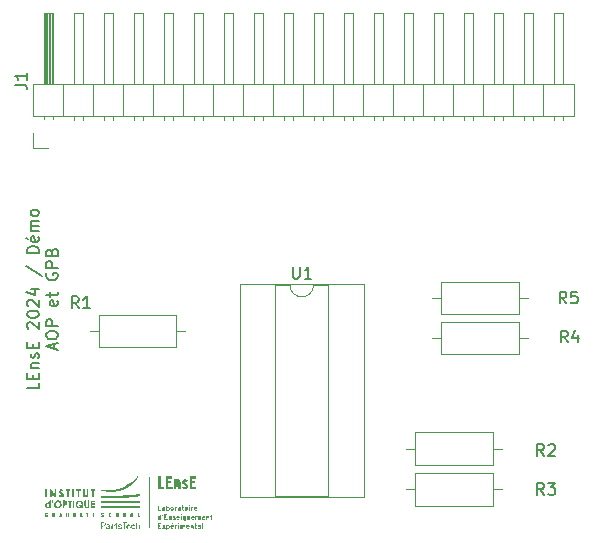
<source format=gbr>
G04 #@! TF.GenerationSoftware,KiCad,Pcbnew,8.0.0*
G04 #@! TF.CreationDate,2024-03-15T09:59:20+01:00*
G04 #@! TF.ProjectId,CMS_AmpliGBP,434d535f-416d-4706-9c69-4742502e6b69,rev?*
G04 #@! TF.SameCoordinates,Original*
G04 #@! TF.FileFunction,Legend,Top*
G04 #@! TF.FilePolarity,Positive*
%FSLAX46Y46*%
G04 Gerber Fmt 4.6, Leading zero omitted, Abs format (unit mm)*
G04 Created by KiCad (PCBNEW 8.0.0) date 2024-03-15 09:59:20*
%MOMM*%
%LPD*%
G01*
G04 APERTURE LIST*
%ADD10C,0.150000*%
%ADD11C,0.000000*%
%ADD12C,0.120000*%
G04 APERTURE END LIST*
D10*
X125559875Y-118971429D02*
X125559875Y-119447619D01*
X125559875Y-119447619D02*
X124559875Y-119447619D01*
X125036065Y-118638095D02*
X125036065Y-118304762D01*
X125559875Y-118161905D02*
X125559875Y-118638095D01*
X125559875Y-118638095D02*
X124559875Y-118638095D01*
X124559875Y-118638095D02*
X124559875Y-118161905D01*
X124893208Y-117733333D02*
X125559875Y-117733333D01*
X124988446Y-117733333D02*
X124940827Y-117685714D01*
X124940827Y-117685714D02*
X124893208Y-117590476D01*
X124893208Y-117590476D02*
X124893208Y-117447619D01*
X124893208Y-117447619D02*
X124940827Y-117352381D01*
X124940827Y-117352381D02*
X125036065Y-117304762D01*
X125036065Y-117304762D02*
X125559875Y-117304762D01*
X125512256Y-116876190D02*
X125559875Y-116780952D01*
X125559875Y-116780952D02*
X125559875Y-116590476D01*
X125559875Y-116590476D02*
X125512256Y-116495238D01*
X125512256Y-116495238D02*
X125417017Y-116447619D01*
X125417017Y-116447619D02*
X125369398Y-116447619D01*
X125369398Y-116447619D02*
X125274160Y-116495238D01*
X125274160Y-116495238D02*
X125226541Y-116590476D01*
X125226541Y-116590476D02*
X125226541Y-116733333D01*
X125226541Y-116733333D02*
X125178922Y-116828571D01*
X125178922Y-116828571D02*
X125083684Y-116876190D01*
X125083684Y-116876190D02*
X125036065Y-116876190D01*
X125036065Y-116876190D02*
X124940827Y-116828571D01*
X124940827Y-116828571D02*
X124893208Y-116733333D01*
X124893208Y-116733333D02*
X124893208Y-116590476D01*
X124893208Y-116590476D02*
X124940827Y-116495238D01*
X125036065Y-116019047D02*
X125036065Y-115685714D01*
X125559875Y-115542857D02*
X125559875Y-116019047D01*
X125559875Y-116019047D02*
X124559875Y-116019047D01*
X124559875Y-116019047D02*
X124559875Y-115542857D01*
X124655113Y-114399999D02*
X124607494Y-114352380D01*
X124607494Y-114352380D02*
X124559875Y-114257142D01*
X124559875Y-114257142D02*
X124559875Y-114019047D01*
X124559875Y-114019047D02*
X124607494Y-113923809D01*
X124607494Y-113923809D02*
X124655113Y-113876190D01*
X124655113Y-113876190D02*
X124750351Y-113828571D01*
X124750351Y-113828571D02*
X124845589Y-113828571D01*
X124845589Y-113828571D02*
X124988446Y-113876190D01*
X124988446Y-113876190D02*
X125559875Y-114447618D01*
X125559875Y-114447618D02*
X125559875Y-113828571D01*
X124559875Y-113209523D02*
X124559875Y-113114285D01*
X124559875Y-113114285D02*
X124607494Y-113019047D01*
X124607494Y-113019047D02*
X124655113Y-112971428D01*
X124655113Y-112971428D02*
X124750351Y-112923809D01*
X124750351Y-112923809D02*
X124940827Y-112876190D01*
X124940827Y-112876190D02*
X125178922Y-112876190D01*
X125178922Y-112876190D02*
X125369398Y-112923809D01*
X125369398Y-112923809D02*
X125464636Y-112971428D01*
X125464636Y-112971428D02*
X125512256Y-113019047D01*
X125512256Y-113019047D02*
X125559875Y-113114285D01*
X125559875Y-113114285D02*
X125559875Y-113209523D01*
X125559875Y-113209523D02*
X125512256Y-113304761D01*
X125512256Y-113304761D02*
X125464636Y-113352380D01*
X125464636Y-113352380D02*
X125369398Y-113399999D01*
X125369398Y-113399999D02*
X125178922Y-113447618D01*
X125178922Y-113447618D02*
X124940827Y-113447618D01*
X124940827Y-113447618D02*
X124750351Y-113399999D01*
X124750351Y-113399999D02*
X124655113Y-113352380D01*
X124655113Y-113352380D02*
X124607494Y-113304761D01*
X124607494Y-113304761D02*
X124559875Y-113209523D01*
X124655113Y-112495237D02*
X124607494Y-112447618D01*
X124607494Y-112447618D02*
X124559875Y-112352380D01*
X124559875Y-112352380D02*
X124559875Y-112114285D01*
X124559875Y-112114285D02*
X124607494Y-112019047D01*
X124607494Y-112019047D02*
X124655113Y-111971428D01*
X124655113Y-111971428D02*
X124750351Y-111923809D01*
X124750351Y-111923809D02*
X124845589Y-111923809D01*
X124845589Y-111923809D02*
X124988446Y-111971428D01*
X124988446Y-111971428D02*
X125559875Y-112542856D01*
X125559875Y-112542856D02*
X125559875Y-111923809D01*
X124893208Y-111066666D02*
X125559875Y-111066666D01*
X124512256Y-111304761D02*
X125226541Y-111542856D01*
X125226541Y-111542856D02*
X125226541Y-110923809D01*
X124512256Y-109066666D02*
X125797970Y-109923808D01*
X125559875Y-107971427D02*
X124559875Y-107971427D01*
X124559875Y-107971427D02*
X124559875Y-107733332D01*
X124559875Y-107733332D02*
X124607494Y-107590475D01*
X124607494Y-107590475D02*
X124702732Y-107495237D01*
X124702732Y-107495237D02*
X124797970Y-107447618D01*
X124797970Y-107447618D02*
X124988446Y-107399999D01*
X124988446Y-107399999D02*
X125131303Y-107399999D01*
X125131303Y-107399999D02*
X125321779Y-107447618D01*
X125321779Y-107447618D02*
X125417017Y-107495237D01*
X125417017Y-107495237D02*
X125512256Y-107590475D01*
X125512256Y-107590475D02*
X125559875Y-107733332D01*
X125559875Y-107733332D02*
X125559875Y-107971427D01*
X125512256Y-106590475D02*
X125559875Y-106685713D01*
X125559875Y-106685713D02*
X125559875Y-106876189D01*
X125559875Y-106876189D02*
X125512256Y-106971427D01*
X125512256Y-106971427D02*
X125417017Y-107019046D01*
X125417017Y-107019046D02*
X125036065Y-107019046D01*
X125036065Y-107019046D02*
X124940827Y-106971427D01*
X124940827Y-106971427D02*
X124893208Y-106876189D01*
X124893208Y-106876189D02*
X124893208Y-106685713D01*
X124893208Y-106685713D02*
X124940827Y-106590475D01*
X124940827Y-106590475D02*
X125036065Y-106542856D01*
X125036065Y-106542856D02*
X125131303Y-106542856D01*
X125131303Y-106542856D02*
X125226541Y-107019046D01*
X124512256Y-106685713D02*
X124655113Y-106828570D01*
X125559875Y-106114284D02*
X124893208Y-106114284D01*
X124988446Y-106114284D02*
X124940827Y-106066665D01*
X124940827Y-106066665D02*
X124893208Y-105971427D01*
X124893208Y-105971427D02*
X124893208Y-105828570D01*
X124893208Y-105828570D02*
X124940827Y-105733332D01*
X124940827Y-105733332D02*
X125036065Y-105685713D01*
X125036065Y-105685713D02*
X125559875Y-105685713D01*
X125036065Y-105685713D02*
X124940827Y-105638094D01*
X124940827Y-105638094D02*
X124893208Y-105542856D01*
X124893208Y-105542856D02*
X124893208Y-105399999D01*
X124893208Y-105399999D02*
X124940827Y-105304760D01*
X124940827Y-105304760D02*
X125036065Y-105257141D01*
X125036065Y-105257141D02*
X125559875Y-105257141D01*
X125559875Y-104638094D02*
X125512256Y-104733332D01*
X125512256Y-104733332D02*
X125464636Y-104780951D01*
X125464636Y-104780951D02*
X125369398Y-104828570D01*
X125369398Y-104828570D02*
X125083684Y-104828570D01*
X125083684Y-104828570D02*
X124988446Y-104780951D01*
X124988446Y-104780951D02*
X124940827Y-104733332D01*
X124940827Y-104733332D02*
X124893208Y-104638094D01*
X124893208Y-104638094D02*
X124893208Y-104495237D01*
X124893208Y-104495237D02*
X124940827Y-104399999D01*
X124940827Y-104399999D02*
X124988446Y-104352380D01*
X124988446Y-104352380D02*
X125083684Y-104304761D01*
X125083684Y-104304761D02*
X125369398Y-104304761D01*
X125369398Y-104304761D02*
X125464636Y-104352380D01*
X125464636Y-104352380D02*
X125512256Y-104399999D01*
X125512256Y-104399999D02*
X125559875Y-104495237D01*
X125559875Y-104495237D02*
X125559875Y-104638094D01*
X126884104Y-116138095D02*
X126884104Y-115661905D01*
X127169819Y-116233333D02*
X126169819Y-115900000D01*
X126169819Y-115900000D02*
X127169819Y-115566667D01*
X126169819Y-115042857D02*
X126169819Y-114852381D01*
X126169819Y-114852381D02*
X126217438Y-114757143D01*
X126217438Y-114757143D02*
X126312676Y-114661905D01*
X126312676Y-114661905D02*
X126503152Y-114614286D01*
X126503152Y-114614286D02*
X126836485Y-114614286D01*
X126836485Y-114614286D02*
X127026961Y-114661905D01*
X127026961Y-114661905D02*
X127122200Y-114757143D01*
X127122200Y-114757143D02*
X127169819Y-114852381D01*
X127169819Y-114852381D02*
X127169819Y-115042857D01*
X127169819Y-115042857D02*
X127122200Y-115138095D01*
X127122200Y-115138095D02*
X127026961Y-115233333D01*
X127026961Y-115233333D02*
X126836485Y-115280952D01*
X126836485Y-115280952D02*
X126503152Y-115280952D01*
X126503152Y-115280952D02*
X126312676Y-115233333D01*
X126312676Y-115233333D02*
X126217438Y-115138095D01*
X126217438Y-115138095D02*
X126169819Y-115042857D01*
X127169819Y-114185714D02*
X126169819Y-114185714D01*
X126169819Y-114185714D02*
X126169819Y-113804762D01*
X126169819Y-113804762D02*
X126217438Y-113709524D01*
X126217438Y-113709524D02*
X126265057Y-113661905D01*
X126265057Y-113661905D02*
X126360295Y-113614286D01*
X126360295Y-113614286D02*
X126503152Y-113614286D01*
X126503152Y-113614286D02*
X126598390Y-113661905D01*
X126598390Y-113661905D02*
X126646009Y-113709524D01*
X126646009Y-113709524D02*
X126693628Y-113804762D01*
X126693628Y-113804762D02*
X126693628Y-114185714D01*
X127122200Y-112042857D02*
X127169819Y-112138095D01*
X127169819Y-112138095D02*
X127169819Y-112328571D01*
X127169819Y-112328571D02*
X127122200Y-112423809D01*
X127122200Y-112423809D02*
X127026961Y-112471428D01*
X127026961Y-112471428D02*
X126646009Y-112471428D01*
X126646009Y-112471428D02*
X126550771Y-112423809D01*
X126550771Y-112423809D02*
X126503152Y-112328571D01*
X126503152Y-112328571D02*
X126503152Y-112138095D01*
X126503152Y-112138095D02*
X126550771Y-112042857D01*
X126550771Y-112042857D02*
X126646009Y-111995238D01*
X126646009Y-111995238D02*
X126741247Y-111995238D01*
X126741247Y-111995238D02*
X126836485Y-112471428D01*
X126503152Y-111709523D02*
X126503152Y-111328571D01*
X126169819Y-111566666D02*
X127026961Y-111566666D01*
X127026961Y-111566666D02*
X127122200Y-111519047D01*
X127122200Y-111519047D02*
X127169819Y-111423809D01*
X127169819Y-111423809D02*
X127169819Y-111328571D01*
X126217438Y-109709523D02*
X126169819Y-109804761D01*
X126169819Y-109804761D02*
X126169819Y-109947618D01*
X126169819Y-109947618D02*
X126217438Y-110090475D01*
X126217438Y-110090475D02*
X126312676Y-110185713D01*
X126312676Y-110185713D02*
X126407914Y-110233332D01*
X126407914Y-110233332D02*
X126598390Y-110280951D01*
X126598390Y-110280951D02*
X126741247Y-110280951D01*
X126741247Y-110280951D02*
X126931723Y-110233332D01*
X126931723Y-110233332D02*
X127026961Y-110185713D01*
X127026961Y-110185713D02*
X127122200Y-110090475D01*
X127122200Y-110090475D02*
X127169819Y-109947618D01*
X127169819Y-109947618D02*
X127169819Y-109852380D01*
X127169819Y-109852380D02*
X127122200Y-109709523D01*
X127122200Y-109709523D02*
X127074580Y-109661904D01*
X127074580Y-109661904D02*
X126741247Y-109661904D01*
X126741247Y-109661904D02*
X126741247Y-109852380D01*
X127169819Y-109233332D02*
X126169819Y-109233332D01*
X126169819Y-109233332D02*
X126169819Y-108852380D01*
X126169819Y-108852380D02*
X126217438Y-108757142D01*
X126217438Y-108757142D02*
X126265057Y-108709523D01*
X126265057Y-108709523D02*
X126360295Y-108661904D01*
X126360295Y-108661904D02*
X126503152Y-108661904D01*
X126503152Y-108661904D02*
X126598390Y-108709523D01*
X126598390Y-108709523D02*
X126646009Y-108757142D01*
X126646009Y-108757142D02*
X126693628Y-108852380D01*
X126693628Y-108852380D02*
X126693628Y-109233332D01*
X126646009Y-107899999D02*
X126693628Y-107757142D01*
X126693628Y-107757142D02*
X126741247Y-107709523D01*
X126741247Y-107709523D02*
X126836485Y-107661904D01*
X126836485Y-107661904D02*
X126979342Y-107661904D01*
X126979342Y-107661904D02*
X127074580Y-107709523D01*
X127074580Y-107709523D02*
X127122200Y-107757142D01*
X127122200Y-107757142D02*
X127169819Y-107852380D01*
X127169819Y-107852380D02*
X127169819Y-108233332D01*
X127169819Y-108233332D02*
X126169819Y-108233332D01*
X126169819Y-108233332D02*
X126169819Y-107899999D01*
X126169819Y-107899999D02*
X126217438Y-107804761D01*
X126217438Y-107804761D02*
X126265057Y-107757142D01*
X126265057Y-107757142D02*
X126360295Y-107709523D01*
X126360295Y-107709523D02*
X126455533Y-107709523D01*
X126455533Y-107709523D02*
X126550771Y-107757142D01*
X126550771Y-107757142D02*
X126598390Y-107804761D01*
X126598390Y-107804761D02*
X126646009Y-107899999D01*
X126646009Y-107899999D02*
X126646009Y-108233332D01*
X147068095Y-109144819D02*
X147068095Y-109954342D01*
X147068095Y-109954342D02*
X147115714Y-110049580D01*
X147115714Y-110049580D02*
X147163333Y-110097200D01*
X147163333Y-110097200D02*
X147258571Y-110144819D01*
X147258571Y-110144819D02*
X147449047Y-110144819D01*
X147449047Y-110144819D02*
X147544285Y-110097200D01*
X147544285Y-110097200D02*
X147591904Y-110049580D01*
X147591904Y-110049580D02*
X147639523Y-109954342D01*
X147639523Y-109954342D02*
X147639523Y-109144819D01*
X148639523Y-110144819D02*
X148068095Y-110144819D01*
X148353809Y-110144819D02*
X148353809Y-109144819D01*
X148353809Y-109144819D02*
X148258571Y-109287676D01*
X148258571Y-109287676D02*
X148163333Y-109382914D01*
X148163333Y-109382914D02*
X148068095Y-109430533D01*
X170233333Y-112254819D02*
X169900000Y-111778628D01*
X169661905Y-112254819D02*
X169661905Y-111254819D01*
X169661905Y-111254819D02*
X170042857Y-111254819D01*
X170042857Y-111254819D02*
X170138095Y-111302438D01*
X170138095Y-111302438D02*
X170185714Y-111350057D01*
X170185714Y-111350057D02*
X170233333Y-111445295D01*
X170233333Y-111445295D02*
X170233333Y-111588152D01*
X170233333Y-111588152D02*
X170185714Y-111683390D01*
X170185714Y-111683390D02*
X170138095Y-111731009D01*
X170138095Y-111731009D02*
X170042857Y-111778628D01*
X170042857Y-111778628D02*
X169661905Y-111778628D01*
X171138095Y-111254819D02*
X170661905Y-111254819D01*
X170661905Y-111254819D02*
X170614286Y-111731009D01*
X170614286Y-111731009D02*
X170661905Y-111683390D01*
X170661905Y-111683390D02*
X170757143Y-111635771D01*
X170757143Y-111635771D02*
X170995238Y-111635771D01*
X170995238Y-111635771D02*
X171090476Y-111683390D01*
X171090476Y-111683390D02*
X171138095Y-111731009D01*
X171138095Y-111731009D02*
X171185714Y-111826247D01*
X171185714Y-111826247D02*
X171185714Y-112064342D01*
X171185714Y-112064342D02*
X171138095Y-112159580D01*
X171138095Y-112159580D02*
X171090476Y-112207200D01*
X171090476Y-112207200D02*
X170995238Y-112254819D01*
X170995238Y-112254819D02*
X170757143Y-112254819D01*
X170757143Y-112254819D02*
X170661905Y-112207200D01*
X170661905Y-112207200D02*
X170614286Y-112159580D01*
X170333333Y-115554819D02*
X170000000Y-115078628D01*
X169761905Y-115554819D02*
X169761905Y-114554819D01*
X169761905Y-114554819D02*
X170142857Y-114554819D01*
X170142857Y-114554819D02*
X170238095Y-114602438D01*
X170238095Y-114602438D02*
X170285714Y-114650057D01*
X170285714Y-114650057D02*
X170333333Y-114745295D01*
X170333333Y-114745295D02*
X170333333Y-114888152D01*
X170333333Y-114888152D02*
X170285714Y-114983390D01*
X170285714Y-114983390D02*
X170238095Y-115031009D01*
X170238095Y-115031009D02*
X170142857Y-115078628D01*
X170142857Y-115078628D02*
X169761905Y-115078628D01*
X171190476Y-114888152D02*
X171190476Y-115554819D01*
X170952381Y-114507200D02*
X170714286Y-115221485D01*
X170714286Y-115221485D02*
X171333333Y-115221485D01*
X168333333Y-128454819D02*
X168000000Y-127978628D01*
X167761905Y-128454819D02*
X167761905Y-127454819D01*
X167761905Y-127454819D02*
X168142857Y-127454819D01*
X168142857Y-127454819D02*
X168238095Y-127502438D01*
X168238095Y-127502438D02*
X168285714Y-127550057D01*
X168285714Y-127550057D02*
X168333333Y-127645295D01*
X168333333Y-127645295D02*
X168333333Y-127788152D01*
X168333333Y-127788152D02*
X168285714Y-127883390D01*
X168285714Y-127883390D02*
X168238095Y-127931009D01*
X168238095Y-127931009D02*
X168142857Y-127978628D01*
X168142857Y-127978628D02*
X167761905Y-127978628D01*
X168666667Y-127454819D02*
X169285714Y-127454819D01*
X169285714Y-127454819D02*
X168952381Y-127835771D01*
X168952381Y-127835771D02*
X169095238Y-127835771D01*
X169095238Y-127835771D02*
X169190476Y-127883390D01*
X169190476Y-127883390D02*
X169238095Y-127931009D01*
X169238095Y-127931009D02*
X169285714Y-128026247D01*
X169285714Y-128026247D02*
X169285714Y-128264342D01*
X169285714Y-128264342D02*
X169238095Y-128359580D01*
X169238095Y-128359580D02*
X169190476Y-128407200D01*
X169190476Y-128407200D02*
X169095238Y-128454819D01*
X169095238Y-128454819D02*
X168809524Y-128454819D01*
X168809524Y-128454819D02*
X168714286Y-128407200D01*
X168714286Y-128407200D02*
X168666667Y-128359580D01*
X168333333Y-125154819D02*
X168000000Y-124678628D01*
X167761905Y-125154819D02*
X167761905Y-124154819D01*
X167761905Y-124154819D02*
X168142857Y-124154819D01*
X168142857Y-124154819D02*
X168238095Y-124202438D01*
X168238095Y-124202438D02*
X168285714Y-124250057D01*
X168285714Y-124250057D02*
X168333333Y-124345295D01*
X168333333Y-124345295D02*
X168333333Y-124488152D01*
X168333333Y-124488152D02*
X168285714Y-124583390D01*
X168285714Y-124583390D02*
X168238095Y-124631009D01*
X168238095Y-124631009D02*
X168142857Y-124678628D01*
X168142857Y-124678628D02*
X167761905Y-124678628D01*
X168714286Y-124250057D02*
X168761905Y-124202438D01*
X168761905Y-124202438D02*
X168857143Y-124154819D01*
X168857143Y-124154819D02*
X169095238Y-124154819D01*
X169095238Y-124154819D02*
X169190476Y-124202438D01*
X169190476Y-124202438D02*
X169238095Y-124250057D01*
X169238095Y-124250057D02*
X169285714Y-124345295D01*
X169285714Y-124345295D02*
X169285714Y-124440533D01*
X169285714Y-124440533D02*
X169238095Y-124583390D01*
X169238095Y-124583390D02*
X168666667Y-125154819D01*
X168666667Y-125154819D02*
X169285714Y-125154819D01*
X128933333Y-112654819D02*
X128600000Y-112178628D01*
X128361905Y-112654819D02*
X128361905Y-111654819D01*
X128361905Y-111654819D02*
X128742857Y-111654819D01*
X128742857Y-111654819D02*
X128838095Y-111702438D01*
X128838095Y-111702438D02*
X128885714Y-111750057D01*
X128885714Y-111750057D02*
X128933333Y-111845295D01*
X128933333Y-111845295D02*
X128933333Y-111988152D01*
X128933333Y-111988152D02*
X128885714Y-112083390D01*
X128885714Y-112083390D02*
X128838095Y-112131009D01*
X128838095Y-112131009D02*
X128742857Y-112178628D01*
X128742857Y-112178628D02*
X128361905Y-112178628D01*
X129885714Y-112654819D02*
X129314286Y-112654819D01*
X129600000Y-112654819D02*
X129600000Y-111654819D01*
X129600000Y-111654819D02*
X129504762Y-111797676D01*
X129504762Y-111797676D02*
X129409524Y-111892914D01*
X129409524Y-111892914D02*
X129314286Y-111940533D01*
X123549819Y-93738333D02*
X124264104Y-93738333D01*
X124264104Y-93738333D02*
X124406961Y-93785952D01*
X124406961Y-93785952D02*
X124502200Y-93881190D01*
X124502200Y-93881190D02*
X124549819Y-94024047D01*
X124549819Y-94024047D02*
X124549819Y-94119285D01*
X124549819Y-92738333D02*
X124549819Y-93309761D01*
X124549819Y-93024047D02*
X123549819Y-93024047D01*
X123549819Y-93024047D02*
X123692676Y-93119285D01*
X123692676Y-93119285D02*
X123787914Y-93214523D01*
X123787914Y-93214523D02*
X123835533Y-93309761D01*
D11*
G36*
X136546700Y-130993724D02*
G01*
X136595738Y-131016095D01*
X136618939Y-131042336D01*
X136651587Y-131120522D01*
X136651126Y-131201050D01*
X136623094Y-131271530D01*
X136573033Y-131319574D01*
X136506481Y-131332790D01*
X136490389Y-131329847D01*
X136444920Y-131325797D01*
X136429924Y-131354772D01*
X136429029Y-131378494D01*
X136415852Y-131429980D01*
X136390890Y-131442542D01*
X136372171Y-131433550D01*
X136360561Y-131400752D01*
X136354583Y-131335415D01*
X136352763Y-131228806D01*
X136352752Y-131216938D01*
X136352752Y-131132480D01*
X136433433Y-131132480D01*
X136439217Y-131195890D01*
X136468244Y-131241500D01*
X136508314Y-131261993D01*
X136547229Y-131250051D01*
X136568868Y-131213713D01*
X136574773Y-131146602D01*
X136568398Y-131110530D01*
X136536338Y-131070589D01*
X136490188Y-131065949D01*
X136449160Y-131093485D01*
X136433433Y-131132480D01*
X136352752Y-131132480D01*
X136352752Y-130991334D01*
X136466386Y-130989053D01*
X136546700Y-130993724D01*
G37*
G36*
X130943493Y-130781623D02*
G01*
X131076900Y-130791744D01*
X131178441Y-130820069D01*
X131241245Y-130864119D01*
X131256918Y-130894668D01*
X131257702Y-130964059D01*
X131244105Y-131006829D01*
X131200363Y-131047366D01*
X131125033Y-131083271D01*
X131037287Y-131106830D01*
X130983024Y-131111870D01*
X130954864Y-131124222D01*
X130938995Y-131168143D01*
X130932173Y-131232554D01*
X130921816Y-131311999D01*
X130901042Y-131351802D01*
X130879930Y-131361545D01*
X130860811Y-131360828D01*
X130848081Y-131344586D01*
X130840466Y-131304639D01*
X130836692Y-131232806D01*
X130835487Y-131120904D01*
X130835435Y-131075738D01*
X130835435Y-130946747D01*
X130937137Y-130946747D01*
X130940028Y-131017613D01*
X130953236Y-131051182D01*
X130983558Y-131060889D01*
X130995043Y-131061161D01*
X131060659Y-131046584D01*
X131109457Y-131021581D01*
X131157535Y-130967536D01*
X131161044Y-130912612D01*
X131125238Y-130866098D01*
X131055373Y-130837280D01*
X131002372Y-130832332D01*
X130962147Y-130836838D01*
X130943089Y-130859462D01*
X130937409Y-130913870D01*
X130937137Y-130946747D01*
X130835435Y-130946747D01*
X130835435Y-130781481D01*
X130943493Y-130781623D01*
G37*
G36*
X131531497Y-130958266D02*
G01*
X131567695Y-130975848D01*
X131587709Y-131002694D01*
X131596290Y-131052279D01*
X131598192Y-131138080D01*
X131598198Y-131147402D01*
X131603348Y-131252533D01*
X131618365Y-131313175D01*
X131629980Y-131325969D01*
X131629610Y-131333238D01*
X131589123Y-131332876D01*
X131572772Y-131331358D01*
X131495765Y-131330500D01*
X131432185Y-131341379D01*
X131430425Y-131342018D01*
X131360664Y-131346135D01*
X131316236Y-131331753D01*
X131259120Y-131286081D01*
X131248074Y-131237491D01*
X131345550Y-131237491D01*
X131353822Y-131279060D01*
X131386537Y-131310828D01*
X131434729Y-131308093D01*
X131481800Y-131275814D01*
X131507074Y-131233279D01*
X131522490Y-131173926D01*
X131507290Y-131150069D01*
X131453434Y-131152788D01*
X131437200Y-131155758D01*
X131369337Y-131185351D01*
X131345550Y-131237491D01*
X131248074Y-131237491D01*
X131247464Y-131234810D01*
X131277554Y-131185278D01*
X131345673Y-131144823D01*
X131421159Y-131124566D01*
X131487474Y-131109082D01*
X131515174Y-131086812D01*
X131517009Y-131052326D01*
X131491204Y-131006212D01*
X131439289Y-130989552D01*
X131388809Y-130990639D01*
X131369369Y-131003762D01*
X131355425Y-131039511D01*
X131332039Y-131075370D01*
X131306349Y-131105258D01*
X131296117Y-131095982D01*
X131293901Y-131044921D01*
X131299645Y-130989175D01*
X131328610Y-130961922D01*
X131378944Y-130949013D01*
X131459756Y-130945123D01*
X131531497Y-130958266D01*
G37*
G36*
X131801879Y-130961842D02*
G01*
X131820815Y-130975695D01*
X131829440Y-131011266D01*
X131830569Y-131078748D01*
X131827723Y-131169219D01*
X131828990Y-131259124D01*
X131840155Y-131308089D01*
X131850113Y-131315415D01*
X131876660Y-131333408D01*
X131877877Y-131340841D01*
X131855647Y-131358152D01*
X131801499Y-131366214D01*
X131795245Y-131366288D01*
X131712612Y-131366310D01*
X131712612Y-131162939D01*
X131713463Y-131061948D01*
X131717953Y-131001459D01*
X131728992Y-130971131D01*
X131749488Y-130960620D01*
X131769819Y-130959514D01*
X131801879Y-130961842D01*
G37*
G36*
X132182983Y-131122645D02*
G01*
X132185295Y-131214334D01*
X132191313Y-131289109D01*
X132198416Y-131326048D01*
X132197985Y-131355286D01*
X132159441Y-131365816D01*
X132140377Y-131366266D01*
X132066906Y-131366266D01*
X132077131Y-131185310D01*
X132079958Y-131080237D01*
X132073178Y-131016315D01*
X132055701Y-130984561D01*
X132052537Y-130982295D01*
X132044187Y-130966699D01*
X132084288Y-130960145D01*
X132100350Y-130959849D01*
X132182983Y-130959459D01*
X132182983Y-131122645D01*
G37*
G36*
X132483678Y-130945507D02*
G01*
X132537845Y-130968814D01*
X132563770Y-131015109D01*
X132564364Y-131025043D01*
X132553972Y-131075753D01*
X132531022Y-131082111D01*
X132507854Y-131041851D01*
X132506146Y-131035736D01*
X132479507Y-130997295D01*
X132419277Y-130984950D01*
X132412327Y-130984885D01*
X132353700Y-130994964D01*
X132338118Y-131020853D01*
X132362943Y-131056031D01*
X132425533Y-131093976D01*
X132462662Y-131109249D01*
X132537192Y-131142845D01*
X132574066Y-131179272D01*
X132584718Y-131216467D01*
X132570833Y-131283231D01*
X132518691Y-131330431D01*
X132438866Y-131352696D01*
X132341931Y-131344658D01*
X132335535Y-131343024D01*
X132281655Y-131309445D01*
X132263926Y-131257203D01*
X132266431Y-131202468D01*
X132286904Y-131192182D01*
X132317881Y-131226756D01*
X132331637Y-131253449D01*
X132362963Y-131299234D01*
X132411332Y-131312401D01*
X132443776Y-131310656D01*
X132504174Y-131294894D01*
X132526226Y-131267335D01*
X132522309Y-131244989D01*
X132503963Y-131225076D01*
X132461295Y-131201060D01*
X132384409Y-131166406D01*
X132352889Y-131152828D01*
X132288962Y-131118749D01*
X132264162Y-131083346D01*
X132263900Y-131054636D01*
X132291380Y-130999751D01*
X132346480Y-130962351D01*
X132415234Y-130943811D01*
X132483678Y-130945507D01*
G37*
G36*
X132994080Y-130787485D02*
G01*
X133033245Y-130796022D01*
X133046993Y-130811425D01*
X133047447Y-130816279D01*
X133034954Y-130839094D01*
X132990405Y-130843846D01*
X132945745Y-130839278D01*
X132844044Y-130825637D01*
X132844044Y-131083239D01*
X132843362Y-131199856D01*
X132840115Y-131274775D01*
X132832497Y-131317141D01*
X132818701Y-131336100D01*
X132796923Y-131340800D01*
X132793193Y-131340841D01*
X132770121Y-131337374D01*
X132755321Y-131320860D01*
X132746972Y-131282129D01*
X132743254Y-131212010D01*
X132742348Y-131101333D01*
X132742342Y-131084638D01*
X132742342Y-130828436D01*
X132646997Y-130836651D01*
X132585916Y-130836167D01*
X132558110Y-130823856D01*
X132557878Y-130819529D01*
X132584294Y-130807879D01*
X132650193Y-130797402D01*
X132744211Y-130789593D01*
X132805776Y-130786917D01*
X132921067Y-130784792D01*
X132994080Y-130787485D01*
G37*
G36*
X133269248Y-130991580D02*
G01*
X133277118Y-130998360D01*
X133322665Y-131051668D01*
X133321291Y-131087701D01*
X133272363Y-131107393D01*
X133200000Y-131112012D01*
X133124483Y-131114152D01*
X133086806Y-131124754D01*
X133074006Y-131150086D01*
X133072872Y-131173496D01*
X133083069Y-131258214D01*
X133117276Y-131303031D01*
X133176482Y-131315415D01*
X133242545Y-131298880D01*
X133287159Y-131245495D01*
X133313724Y-131206530D01*
X133325786Y-131211575D01*
X133326109Y-131216129D01*
X133306291Y-131277400D01*
X133252877Y-131318582D01*
X133180220Y-131336519D01*
X133102673Y-131328056D01*
X133034587Y-131290040D01*
X133026454Y-131281995D01*
X132982455Y-131206929D01*
X132977609Y-131128430D01*
X133004162Y-131055274D01*
X133028920Y-131026154D01*
X133076503Y-131026154D01*
X133079301Y-131062952D01*
X133124523Y-131084797D01*
X133149149Y-131086586D01*
X133205990Y-131076763D01*
X133225425Y-131053533D01*
X133205938Y-130999605D01*
X133159252Y-130977515D01*
X133119828Y-130986969D01*
X133076503Y-131026154D01*
X133028920Y-131026154D01*
X133054357Y-130996236D01*
X133120440Y-130960091D01*
X133194655Y-130955614D01*
X133269248Y-130991580D01*
G37*
G36*
X133647958Y-130949775D02*
G01*
X133692248Y-130972901D01*
X133707746Y-131022443D01*
X133708413Y-131044848D01*
X133708318Y-131124725D01*
X133657936Y-131042092D01*
X133620093Y-130984346D01*
X133591399Y-130963409D01*
X133555450Y-130972125D01*
X133528859Y-130985779D01*
X133495257Y-131019098D01*
X133481094Y-131080508D01*
X133479679Y-131123540D01*
X133483080Y-131201989D01*
X133491583Y-131263039D01*
X133495112Y-131275198D01*
X133530554Y-131308839D01*
X133586231Y-131311757D01*
X133643262Y-131285722D01*
X133668928Y-131258907D01*
X133698096Y-131225560D01*
X133708418Y-131237302D01*
X133708508Y-131241109D01*
X133687211Y-131296194D01*
X133633208Y-131330634D01*
X133561334Y-131341838D01*
X133486421Y-131327212D01*
X133428828Y-131289990D01*
X133389248Y-131218904D01*
X133378981Y-131128209D01*
X133400441Y-131041448D01*
X133402866Y-131036738D01*
X133451545Y-130990162D01*
X133528503Y-130957035D01*
X133611471Y-130945260D01*
X133647958Y-130949775D01*
G37*
G36*
X133864061Y-130838311D02*
G01*
X133883222Y-130866019D01*
X133886486Y-130919113D01*
X133889103Y-130976609D01*
X133905936Y-130993925D01*
X133950460Y-130981725D01*
X133960724Y-130977871D01*
X134032572Y-130963445D01*
X134080286Y-130986675D01*
X134106866Y-131051168D01*
X134115310Y-131160532D01*
X134115315Y-131163857D01*
X134120917Y-131260339D01*
X134136986Y-131314792D01*
X134147097Y-131324002D01*
X134148274Y-131333258D01*
X134108640Y-131338672D01*
X134102602Y-131338879D01*
X134026326Y-131340931D01*
X134026326Y-131171502D01*
X134022196Y-131068151D01*
X134008015Y-131010011D01*
X133981094Y-130991980D01*
X133940221Y-131008013D01*
X133914638Y-131047380D01*
X133897266Y-131116173D01*
X133889633Y-131195812D01*
X133893265Y-131267719D01*
X133909689Y-131313313D01*
X133914774Y-131317722D01*
X133925489Y-131333699D01*
X133889054Y-131340205D01*
X133873773Y-131340510D01*
X133797497Y-131340957D01*
X133805753Y-131108388D01*
X133807789Y-130987234D01*
X133803085Y-130908981D01*
X133790882Y-130866031D01*
X133780327Y-130854465D01*
X133771350Y-130838660D01*
X133811266Y-130832781D01*
X133816566Y-130832721D01*
X133864061Y-130838311D01*
G37*
G36*
X134912326Y-126866683D02*
G01*
X134920065Y-126870921D01*
X134926790Y-126881808D01*
X134932573Y-126902475D01*
X134937485Y-126936051D01*
X134941596Y-126985664D01*
X134944979Y-127054445D01*
X134947704Y-127145523D01*
X134949842Y-127262027D01*
X134951464Y-127407087D01*
X134952642Y-127583831D01*
X134953447Y-127795390D01*
X134953949Y-128044892D01*
X134954220Y-128335468D01*
X134954331Y-128670246D01*
X134954354Y-129052356D01*
X134954354Y-129103403D01*
X134954338Y-129491626D01*
X134954241Y-129832127D01*
X134953994Y-130128035D01*
X134953524Y-130382482D01*
X134952761Y-130598594D01*
X134951634Y-130779503D01*
X134950070Y-130928338D01*
X134948000Y-131048227D01*
X134945353Y-131142300D01*
X134942056Y-131213687D01*
X134938039Y-131265516D01*
X134933231Y-131300918D01*
X134927560Y-131323022D01*
X134920956Y-131334957D01*
X134913348Y-131339852D01*
X134904663Y-131340837D01*
X134903503Y-131340841D01*
X134894680Y-131340123D01*
X134886941Y-131335886D01*
X134880216Y-131324998D01*
X134874433Y-131304331D01*
X134869521Y-131270756D01*
X134865410Y-131221142D01*
X134862027Y-131152361D01*
X134859303Y-131061283D01*
X134857165Y-130944779D01*
X134855542Y-130799720D01*
X134854364Y-130622975D01*
X134853560Y-130411416D01*
X134853057Y-130161914D01*
X134852786Y-129871338D01*
X134852675Y-129536560D01*
X134852652Y-129154451D01*
X134852652Y-129103403D01*
X134852669Y-128715181D01*
X134852765Y-128374680D01*
X134853012Y-128078771D01*
X134853482Y-127824325D01*
X134854245Y-127608212D01*
X134855373Y-127427303D01*
X134856936Y-127278469D01*
X134859006Y-127158580D01*
X134861654Y-127064507D01*
X134864950Y-126993120D01*
X134868967Y-126941290D01*
X134873776Y-126905888D01*
X134879446Y-126883785D01*
X134886050Y-126871850D01*
X134893659Y-126866955D01*
X134902343Y-126865970D01*
X134903503Y-126865966D01*
X134912326Y-126866683D01*
G37*
G36*
X135881973Y-130886112D02*
G01*
X135929532Y-130896495D01*
X135945645Y-130916726D01*
X135945946Y-130921321D01*
X135930972Y-130946458D01*
X135880059Y-130957909D01*
X135831531Y-130959459D01*
X135756119Y-130964450D01*
X135721769Y-130981421D01*
X135717117Y-130997597D01*
X135739219Y-131028271D01*
X135780680Y-131035736D01*
X135830524Y-131047654D01*
X135844244Y-131086586D01*
X135829346Y-131126462D01*
X135780680Y-131137437D01*
X135730836Y-131149355D01*
X135717117Y-131188288D01*
X135724603Y-131220066D01*
X135755688Y-131235093D01*
X135823312Y-131239120D01*
X135831531Y-131239139D01*
X135903031Y-131242466D01*
X135936841Y-131256282D01*
X135945902Y-131286337D01*
X135945946Y-131289990D01*
X135940379Y-131318391D01*
X135915928Y-131333738D01*
X135860961Y-131339906D01*
X135793393Y-131340841D01*
X135640840Y-131340841D01*
X135640840Y-131112012D01*
X135640840Y-130883183D01*
X135793393Y-130883183D01*
X135881973Y-130886112D01*
G37*
G36*
X136076567Y-130991360D02*
G01*
X136113792Y-131017558D01*
X136122660Y-131029379D01*
X136145950Y-131060337D01*
X136165351Y-131046549D01*
X136176038Y-131029379D01*
X136214460Y-130992503D01*
X136239601Y-130984885D01*
X136268466Y-130989484D01*
X136272523Y-131010923D01*
X136251509Y-131060667D01*
X136237231Y-131088726D01*
X136213431Y-131144081D01*
X136217411Y-131185398D01*
X136249944Y-131237585D01*
X136289996Y-131298688D01*
X136298519Y-131329970D01*
X136276841Y-131340422D01*
X136265205Y-131340841D01*
X136224366Y-131321729D01*
X136188929Y-131284332D01*
X136149349Y-131227824D01*
X136109769Y-131284332D01*
X136067649Y-131329497D01*
X136035211Y-131338405D01*
X136022222Y-131308375D01*
X136022222Y-131308360D01*
X136035889Y-131264869D01*
X136063993Y-131216242D01*
X136090523Y-131170379D01*
X136088170Y-131131905D01*
X136063993Y-131085891D01*
X136035066Y-131032675D01*
X136022257Y-131000712D01*
X136022222Y-131000031D01*
X136039220Y-130983524D01*
X136076567Y-130991360D01*
G37*
G36*
X136903260Y-130994667D02*
G01*
X136968285Y-131033501D01*
X137007986Y-131100312D01*
X137013813Y-131143095D01*
X137004332Y-131171427D01*
X136967881Y-131184950D01*
X136896286Y-131188288D01*
X136826717Y-131190250D01*
X136799032Y-131198930D01*
X136804324Y-131218518D01*
X136811767Y-131228061D01*
X136865531Y-131256106D01*
X136903869Y-131253002D01*
X136950333Y-131256027D01*
X136964592Y-131283181D01*
X136941755Y-131315703D01*
X136922745Y-131325408D01*
X136845447Y-131339053D01*
X136780015Y-131308658D01*
X136759559Y-131289990D01*
X136719621Y-131220464D01*
X136709911Y-131136151D01*
X136723261Y-131086586D01*
X136797697Y-131086586D01*
X136806699Y-131105440D01*
X136847048Y-131112012D01*
X136895543Y-131103492D01*
X136912112Y-131086586D01*
X136890884Y-131065724D01*
X136862761Y-131061161D01*
X136814088Y-131072836D01*
X136797697Y-131086586D01*
X136723261Y-131086586D01*
X136730785Y-131058652D01*
X136755205Y-131026963D01*
X136827403Y-130990318D01*
X136903260Y-130994667D01*
G37*
G36*
X137256910Y-130989813D02*
G01*
X137287252Y-131005516D01*
X137287264Y-131016666D01*
X137256379Y-131045716D01*
X137222855Y-131056406D01*
X137189931Y-131068958D01*
X137171861Y-131102896D01*
X137162771Y-131171371D01*
X137161283Y-131194247D01*
X137148696Y-131284136D01*
X137125288Y-131331740D01*
X137093232Y-131333484D01*
X137082144Y-131324420D01*
X137073043Y-131291610D01*
X137066720Y-131223511D01*
X137064664Y-131145912D01*
X137064664Y-130984885D01*
X137181197Y-130984885D01*
X137256910Y-130989813D01*
G37*
G36*
X137403203Y-130995351D02*
G01*
X137415062Y-131032987D01*
X137420064Y-131107143D01*
X137420620Y-131162863D01*
X137418377Y-131259561D01*
X137410313Y-131314905D01*
X137394422Y-131338246D01*
X137382482Y-131340841D01*
X137361761Y-131330374D01*
X137349902Y-131292738D01*
X137344900Y-131218582D01*
X137344344Y-131162863D01*
X137346587Y-131066164D01*
X137354652Y-131010821D01*
X137370542Y-130987480D01*
X137382482Y-130984885D01*
X137403203Y-130995351D01*
G37*
G36*
X137832177Y-130993379D02*
G01*
X137909643Y-131006968D01*
X137954220Y-131040506D01*
X137974721Y-131101028D01*
X137979956Y-131195570D01*
X137979980Y-131205860D01*
X137976073Y-131289438D01*
X137962767Y-131331385D01*
X137943170Y-131340841D01*
X137918705Y-131323539D01*
X137904006Y-131267038D01*
X137898676Y-131207357D01*
X137891360Y-131128359D01*
X137877673Y-131088118D01*
X137852316Y-131074555D01*
X137840140Y-131073874D01*
X137809783Y-131081046D01*
X137792749Y-131110583D01*
X137783823Y-131174515D01*
X137781546Y-131209014D01*
X137770069Y-131295157D01*
X137751628Y-131332934D01*
X137731188Y-131323411D01*
X137713713Y-131267654D01*
X137705328Y-131192646D01*
X137697647Y-131113868D01*
X137683204Y-131074083D01*
X137656972Y-131061466D01*
X137649449Y-131061161D01*
X137620084Y-131069553D01*
X137603569Y-131102613D01*
X137594879Y-131172169D01*
X137593571Y-131192646D01*
X137581784Y-131273606D01*
X137560694Y-131325476D01*
X137535358Y-131341415D01*
X137510834Y-131314581D01*
X137508179Y-131308142D01*
X137501528Y-131262924D01*
X137499938Y-131187374D01*
X137501809Y-131134407D01*
X137509609Y-130997597D01*
X137713013Y-130992705D01*
X137832177Y-130993379D01*
G37*
G36*
X138278794Y-131011065D02*
G01*
X138295981Y-131024839D01*
X138327933Y-131081576D01*
X138335936Y-131126541D01*
X138330237Y-131166072D01*
X138303733Y-131183847D01*
X138242310Y-131188258D01*
X138232115Y-131188288D01*
X138162050Y-131194101D01*
X138138004Y-131212356D01*
X138139100Y-131220070D01*
X138169767Y-131244028D01*
X138215235Y-131251852D01*
X138278078Y-131260749D01*
X138305896Y-131282901D01*
X138291394Y-131311493D01*
X138284348Y-131316408D01*
X138205198Y-131339472D01*
X138127115Y-131317029D01*
X138093250Y-131288725D01*
X138057836Y-131219570D01*
X138047329Y-131133106D01*
X138056475Y-131086586D01*
X138132532Y-131086586D01*
X138154336Y-131105537D01*
X138197596Y-131112012D01*
X138240855Y-131103941D01*
X138246947Y-131086586D01*
X138211085Y-131065227D01*
X138181882Y-131061161D01*
X138141389Y-131072098D01*
X138132532Y-131086586D01*
X138056475Y-131086586D01*
X138062973Y-131053531D01*
X138079709Y-131025399D01*
X138135763Y-130992590D01*
X138210168Y-130987792D01*
X138278794Y-131011065D01*
G37*
G36*
X138606144Y-130993072D02*
G01*
X138656388Y-131023396D01*
X138682788Y-131084499D01*
X138691663Y-131185022D01*
X138691891Y-131212042D01*
X138687632Y-131293496D01*
X138673223Y-131333243D01*
X138655082Y-131340841D01*
X138630617Y-131323539D01*
X138615918Y-131267038D01*
X138610588Y-131207357D01*
X138603272Y-131128359D01*
X138589585Y-131088118D01*
X138564228Y-131074555D01*
X138552052Y-131073874D01*
X138521539Y-131081138D01*
X138504491Y-131110985D01*
X138495610Y-131175497D01*
X138493516Y-131207357D01*
X138483845Y-131292464D01*
X138465874Y-131333971D01*
X138449021Y-131340841D01*
X138428851Y-131329211D01*
X138417325Y-131288401D01*
X138412606Y-131209529D01*
X138412212Y-131162863D01*
X138412212Y-130984885D01*
X138525732Y-130984885D01*
X138606144Y-130993072D01*
G37*
G36*
X138865999Y-130888585D02*
G01*
X138869869Y-130919202D01*
X138882768Y-130971909D01*
X138908008Y-130984885D01*
X138941716Y-131005237D01*
X138946146Y-131023023D01*
X138925794Y-131056731D01*
X138908008Y-131061161D01*
X138881489Y-131077955D01*
X138870562Y-131133624D01*
X138869869Y-131162863D01*
X138875621Y-131232326D01*
X138895460Y-131261765D01*
X138910126Y-131264564D01*
X138939503Y-131280071D01*
X138939801Y-131296346D01*
X138905967Y-131328237D01*
X138848205Y-131331324D01*
X138825375Y-131324294D01*
X138804829Y-131290810D01*
X138794385Y-131218255D01*
X138793593Y-131186169D01*
X138788947Y-131114348D01*
X138777086Y-131069144D01*
X138768168Y-131061161D01*
X138745611Y-131040567D01*
X138742742Y-131023023D01*
X138755533Y-130989174D01*
X138766399Y-130984885D01*
X138788288Y-130963335D01*
X138798181Y-130929669D01*
X138817283Y-130878509D01*
X138844703Y-130864111D01*
X138865999Y-130888585D01*
G37*
G36*
X139181740Y-130987867D02*
G01*
X139234287Y-131006072D01*
X139246166Y-131015395D01*
X139263111Y-131056429D01*
X139274189Y-131129460D01*
X139276676Y-131187970D01*
X139276676Y-131330035D01*
X139175426Y-131334073D01*
X139090520Y-131326294D01*
X139035586Y-131299521D01*
X138998552Y-131235993D01*
X139000244Y-131221424D01*
X139080346Y-131221424D01*
X139085099Y-131237704D01*
X139122492Y-131259081D01*
X139168723Y-131250413D01*
X139193011Y-131223202D01*
X139183832Y-131191838D01*
X139145848Y-131177170D01*
X139100368Y-131187265D01*
X139099492Y-131187798D01*
X139080346Y-131221424D01*
X139000244Y-131221424D01*
X139005572Y-131175549D01*
X139050643Y-131130215D01*
X139127761Y-131112017D01*
X139129209Y-131112012D01*
X139180525Y-131104165D01*
X139200400Y-131086586D01*
X139178306Y-131068734D01*
X139125073Y-131061163D01*
X139124124Y-131061161D01*
X139063568Y-131049790D01*
X139047847Y-131023023D01*
X139069173Y-130997087D01*
X139120253Y-130985120D01*
X139181740Y-130987867D01*
G37*
G36*
X139439466Y-130869596D02*
G01*
X139448347Y-130904756D01*
X139451315Y-130976386D01*
X139449284Y-131088438D01*
X139442485Y-131214972D01*
X139431085Y-131294765D01*
X139414440Y-131331773D01*
X139409173Y-131334875D01*
X139393566Y-131329003D01*
X139384685Y-131293842D01*
X139381717Y-131222212D01*
X139383748Y-131110160D01*
X139390547Y-130983626D01*
X139401947Y-130903833D01*
X139418592Y-130866825D01*
X139423859Y-130863723D01*
X139439466Y-130869596D01*
G37*
G36*
X131993331Y-130997151D02*
G01*
X132005005Y-131047650D01*
X131994394Y-131099806D01*
X131970349Y-131108321D01*
X131944552Y-131070390D01*
X131941960Y-131062795D01*
X131909461Y-131017073D01*
X131883039Y-131003166D01*
X131853434Y-130992849D01*
X131870662Y-130979435D01*
X131884234Y-130973387D01*
X131949927Y-130964430D01*
X131993331Y-130997151D01*
G37*
G36*
X136955428Y-130841748D02*
G01*
X136953176Y-130869486D01*
X136923602Y-130909041D01*
X136881924Y-130944377D01*
X136843713Y-130959459D01*
X136821831Y-130949953D01*
X136833227Y-130913611D01*
X136836604Y-130907172D01*
X136876679Y-130858226D01*
X136922969Y-130834203D01*
X136955428Y-130841748D01*
G37*
G36*
X137416208Y-130877341D02*
G01*
X137420620Y-130894395D01*
X137406545Y-130936012D01*
X137376506Y-130950157D01*
X137360603Y-130941818D01*
X137344077Y-130901396D01*
X137359273Y-130866066D01*
X137382482Y-130857758D01*
X137416208Y-130877341D01*
G37*
G36*
X132153769Y-130845815D02*
G01*
X132177595Y-130872305D01*
X132176634Y-130889553D01*
X132147072Y-130920534D01*
X132102792Y-130930428D01*
X132072616Y-130915159D01*
X132072243Y-130877145D01*
X132080392Y-130859195D01*
X132113709Y-130839029D01*
X132153769Y-130845815D01*
G37*
G36*
X138030830Y-130412811D02*
G01*
X138026875Y-130526387D01*
X138013897Y-130599115D01*
X137990876Y-130639825D01*
X137936319Y-130672377D01*
X137878467Y-130677438D01*
X137840140Y-130654354D01*
X137845299Y-130632101D01*
X137860951Y-130628929D01*
X137905909Y-130610902D01*
X137932172Y-130587123D01*
X137952334Y-130557792D01*
X137933508Y-130556381D01*
X137910821Y-130563106D01*
X137836661Y-130565229D01*
X137778108Y-130528308D01*
X137741783Y-130463351D01*
X137734306Y-130381381D01*
X137827427Y-130381381D01*
X137834612Y-130458419D01*
X137859467Y-130493787D01*
X137902463Y-130495976D01*
X137932907Y-130466371D01*
X137941841Y-130399752D01*
X137935594Y-130337438D01*
X137910707Y-130309504D01*
X137884634Y-130302986D01*
X137845729Y-130304326D01*
X137829946Y-130332490D01*
X137827427Y-130381381D01*
X137734306Y-130381381D01*
X137734304Y-130381363D01*
X137755976Y-130305660D01*
X137784149Y-130261306D01*
X137824618Y-130239295D01*
X137895184Y-130230939D01*
X137910350Y-130230293D01*
X138030830Y-130225751D01*
X138030830Y-130412811D01*
G37*
G36*
X135905310Y-130106793D02*
G01*
X135914192Y-130141980D01*
X135917179Y-130213601D01*
X135915150Y-130326601D01*
X135907807Y-130563103D01*
X135811105Y-130569234D01*
X135720903Y-130560728D01*
X135664909Y-130525870D01*
X135624083Y-130457629D01*
X135621239Y-130428391D01*
X135701275Y-130428391D01*
X135717391Y-130463994D01*
X135759594Y-130498550D01*
X135798450Y-130485417D01*
X135817657Y-130465063D01*
X135841784Y-130406763D01*
X135832213Y-130348005D01*
X135794140Y-130308618D01*
X135775223Y-130303104D01*
X135728499Y-130310306D01*
X135703508Y-130356610D01*
X135702463Y-130360641D01*
X135701275Y-130428391D01*
X135621239Y-130428391D01*
X135616537Y-130380046D01*
X135637500Y-130306670D01*
X135682200Y-130251048D01*
X135745869Y-130226726D01*
X135769861Y-130227823D01*
X135822704Y-130228499D01*
X135844712Y-130201161D01*
X135849354Y-130175002D01*
X135866858Y-130122728D01*
X135889725Y-130100864D01*
X135905310Y-130106793D01*
G37*
G36*
X136419735Y-130123654D02*
G01*
X136465616Y-130134250D01*
X136473666Y-130152202D01*
X136444048Y-130173657D01*
X136382505Y-130189051D01*
X136357133Y-130191802D01*
X136290402Y-130205773D01*
X136252823Y-130229773D01*
X136249242Y-130254552D01*
X136284503Y-130270861D01*
X136314614Y-130272973D01*
X136364458Y-130284891D01*
X136378178Y-130323824D01*
X136363280Y-130363699D01*
X136314614Y-130374674D01*
X136264770Y-130386592D01*
X136251051Y-130425525D01*
X136258537Y-130457303D01*
X136289622Y-130472330D01*
X136357246Y-130476357D01*
X136365465Y-130476376D01*
X136436965Y-130479703D01*
X136470775Y-130493519D01*
X136479836Y-130523574D01*
X136479879Y-130527227D01*
X136474313Y-130555628D01*
X136449862Y-130570975D01*
X136394895Y-130577143D01*
X136327327Y-130578078D01*
X136174774Y-130578078D01*
X136174774Y-130349249D01*
X136174774Y-130120420D01*
X136329446Y-130120420D01*
X136419735Y-130123654D01*
G37*
G36*
X136740406Y-130228832D02*
G01*
X136795365Y-130245613D01*
X136805325Y-130252632D01*
X136824588Y-130294818D01*
X136834937Y-130363062D01*
X136836679Y-130441373D01*
X136830125Y-130513757D01*
X136815585Y-130564221D01*
X136799026Y-130578078D01*
X136774561Y-130560777D01*
X136759862Y-130504275D01*
X136754532Y-130444594D01*
X136747216Y-130365596D01*
X136733529Y-130325356D01*
X136708172Y-130311792D01*
X136695996Y-130311111D01*
X136665483Y-130318375D01*
X136648435Y-130348223D01*
X136639553Y-130412734D01*
X136637460Y-130444594D01*
X136627789Y-130529701D01*
X136609818Y-130571209D01*
X136592965Y-130578078D01*
X136572795Y-130566448D01*
X136561268Y-130525638D01*
X136556550Y-130446767D01*
X136556156Y-130400100D01*
X136556156Y-130222122D01*
X136665485Y-130222122D01*
X136740406Y-130228832D01*
G37*
G36*
X137095277Y-130242879D02*
G01*
X137130972Y-130261747D01*
X137127387Y-130283542D01*
X137080419Y-130300370D01*
X137059851Y-130303029D01*
X136975675Y-130311111D01*
X137071021Y-130367461D01*
X137139051Y-130420148D01*
X137166198Y-130470811D01*
X137166366Y-130474624D01*
X137144237Y-130528523D01*
X137087988Y-130564149D01*
X137012826Y-130575579D01*
X136943893Y-130561239D01*
X136914578Y-130527656D01*
X136912112Y-130513031D01*
X136927996Y-130489477D01*
X136980868Y-130491423D01*
X136985304Y-130492286D01*
X137049759Y-130496088D01*
X137071223Y-130478329D01*
X137048391Y-130446564D01*
X136998359Y-130416626D01*
X136938967Y-130381599D01*
X136916608Y-130343640D01*
X136916816Y-130304378D01*
X136927678Y-130259104D01*
X136956663Y-130239335D01*
X137019597Y-130234842D01*
X137024407Y-130234835D01*
X137095277Y-130242879D01*
G37*
G36*
X137448218Y-130239365D02*
G01*
X137466314Y-130254046D01*
X137492238Y-130301960D01*
X137510321Y-130355748D01*
X137518248Y-130397963D01*
X137506371Y-130418403D01*
X137463174Y-130424963D01*
X137408545Y-130425525D01*
X137331836Y-130430241D01*
X137300301Y-130445341D01*
X137299975Y-130457307D01*
X137330577Y-130481484D01*
X137377414Y-130490252D01*
X137441427Y-130499807D01*
X137467822Y-130521759D01*
X137450338Y-130550262D01*
X137445309Y-130553646D01*
X137368623Y-130576368D01*
X137293644Y-130549111D01*
X137268068Y-130527227D01*
X137229684Y-130459834D01*
X137218035Y-130375571D01*
X137228579Y-130323824D01*
X137306206Y-130323824D01*
X137315207Y-130342677D01*
X137355556Y-130349249D01*
X137404052Y-130340729D01*
X137420620Y-130323824D01*
X137399392Y-130302961D01*
X137371270Y-130298398D01*
X137322597Y-130310073D01*
X137306206Y-130323824D01*
X137228579Y-130323824D01*
X137234048Y-130296981D01*
X137257171Y-130262076D01*
X137314288Y-130231399D01*
X137386015Y-130223520D01*
X137448218Y-130239365D01*
G37*
G36*
X137652754Y-130226332D02*
G01*
X137667496Y-130246418D01*
X137672345Y-130293566D01*
X137670235Y-130378961D01*
X137669680Y-130391717D01*
X137658910Y-130500681D01*
X137638653Y-130562012D01*
X137609378Y-130574705D01*
X137590653Y-130561657D01*
X137581551Y-130528847D01*
X137575229Y-130460749D01*
X137573173Y-130383150D01*
X137574785Y-130295212D01*
X137582080Y-130246674D01*
X137598743Y-130226122D01*
X137625185Y-130222122D01*
X137652754Y-130226332D01*
G37*
G36*
X138300554Y-130231959D02*
G01*
X138352587Y-130257173D01*
X138378580Y-130311757D01*
X138386620Y-130405191D01*
X138386786Y-130428639D01*
X138383748Y-130516191D01*
X138373002Y-130562753D01*
X138352102Y-130577913D01*
X138348648Y-130578078D01*
X138325775Y-130565651D01*
X138313923Y-130521978D01*
X138310510Y-130437468D01*
X138310510Y-130436470D01*
X138308913Y-130356021D01*
X138300821Y-130314852D01*
X138281286Y-130301416D01*
X138253303Y-130302986D01*
X138219091Y-130314331D01*
X138200319Y-130344710D01*
X138190917Y-130407369D01*
X138188411Y-130444594D01*
X138178913Y-130532401D01*
X138162005Y-130573348D01*
X138135638Y-130571145D01*
X138124057Y-130561128D01*
X138115160Y-130528550D01*
X138109022Y-130460806D01*
X138107107Y-130386147D01*
X138107107Y-130228116D01*
X138214387Y-130226636D01*
X138300554Y-130231959D01*
G37*
G36*
X138645515Y-130230354D02*
G01*
X138711312Y-130268127D01*
X138737646Y-130304858D01*
X138758685Y-130369791D01*
X138742106Y-130407593D01*
X138683316Y-130423795D01*
X138637421Y-130425525D01*
X138567975Y-130431490D01*
X138544700Y-130450160D01*
X138545820Y-130457307D01*
X138576423Y-130481484D01*
X138623260Y-130490252D01*
X138687273Y-130499807D01*
X138713668Y-130521759D01*
X138696184Y-130550262D01*
X138691155Y-130553646D01*
X138614468Y-130576368D01*
X138539490Y-130549111D01*
X138513914Y-130527227D01*
X138475198Y-130459105D01*
X138464019Y-130374197D01*
X138474943Y-130323824D01*
X138552052Y-130323824D01*
X138561053Y-130342677D01*
X138601402Y-130349249D01*
X138649897Y-130340729D01*
X138666466Y-130323824D01*
X138645238Y-130302961D01*
X138617116Y-130298398D01*
X138568443Y-130310073D01*
X138552052Y-130323824D01*
X138474943Y-130323824D01*
X138481185Y-130295042D01*
X138504390Y-130260703D01*
X138570020Y-130226645D01*
X138645515Y-130230354D01*
G37*
G36*
X139036829Y-130225918D02*
G01*
X139142542Y-130227594D01*
X139208634Y-130232557D01*
X139246335Y-130243925D01*
X139266875Y-130264819D01*
X139279595Y-130293361D01*
X139296142Y-130365482D01*
X139298548Y-130444132D01*
X139288465Y-130513448D01*
X139267547Y-130557569D01*
X139251251Y-130565365D01*
X139226547Y-130550058D01*
X139211736Y-130498645D01*
X139205372Y-130430284D01*
X139197982Y-130350846D01*
X139184819Y-130311729D01*
X139161673Y-130302427D01*
X139154521Y-130303395D01*
X139126823Y-130322206D01*
X139110811Y-130372433D01*
X139103726Y-130444833D01*
X139094033Y-130529863D01*
X139076013Y-130571281D01*
X139059231Y-130578078D01*
X139035881Y-130563086D01*
X139024535Y-130512424D01*
X139022422Y-130450153D01*
X139017081Y-130364544D01*
X138999167Y-130318842D01*
X138981718Y-130306608D01*
X138936091Y-130309864D01*
X138907262Y-130360149D01*
X138895851Y-130456284D01*
X138895684Y-130470020D01*
X138888673Y-130548301D01*
X138868206Y-130577874D01*
X138835969Y-130561128D01*
X138827122Y-130528592D01*
X138820988Y-130460765D01*
X138819019Y-130384144D01*
X138819019Y-130224111D01*
X139036829Y-130225918D01*
G37*
G36*
X139574802Y-130242074D02*
G01*
X139632724Y-130294802D01*
X139657861Y-130372437D01*
X139658058Y-130380332D01*
X139648577Y-130408664D01*
X139612125Y-130422188D01*
X139540530Y-130425525D01*
X139470961Y-130427487D01*
X139443276Y-130436167D01*
X139448569Y-130455755D01*
X139456011Y-130465298D01*
X139509516Y-130493343D01*
X139546555Y-130490630D01*
X139600033Y-130489019D01*
X139620386Y-130509977D01*
X139600083Y-130541340D01*
X139584165Y-130551377D01*
X139504105Y-130576491D01*
X139438186Y-130555240D01*
X139418370Y-130538162D01*
X139369645Y-130461961D01*
X139358200Y-130379283D01*
X139374619Y-130323824D01*
X139454654Y-130323824D01*
X139476458Y-130342774D01*
X139519718Y-130349249D01*
X139562977Y-130341178D01*
X139569069Y-130323824D01*
X139533207Y-130302465D01*
X139504005Y-130298398D01*
X139463511Y-130309335D01*
X139454654Y-130323824D01*
X139374619Y-130323824D01*
X139380632Y-130303513D01*
X139433538Y-130248034D01*
X139497499Y-130227050D01*
X139574802Y-130242074D01*
G37*
G36*
X139933140Y-130232429D02*
G01*
X139984780Y-130268313D01*
X140008194Y-130337223D01*
X140009015Y-130443472D01*
X139996835Y-130522804D01*
X139977187Y-130566635D01*
X139956575Y-130571578D01*
X139941506Y-130534248D01*
X139937737Y-130480574D01*
X139931292Y-130379517D01*
X139910067Y-130321237D01*
X139871227Y-130299084D01*
X139860070Y-130298398D01*
X139831387Y-130307411D01*
X139815153Y-130342188D01*
X139806557Y-130414335D01*
X139805583Y-130429883D01*
X139795114Y-130511102D01*
X139776969Y-130561995D01*
X139766116Y-130571842D01*
X139748499Y-130562906D01*
X139738346Y-130517530D01*
X139734465Y-130429357D01*
X139734334Y-130402219D01*
X139734334Y-130222122D01*
X139847854Y-130222122D01*
X139933140Y-130232429D01*
G37*
G36*
X140188121Y-130125822D02*
G01*
X140191992Y-130156440D01*
X140204890Y-130209146D01*
X140230130Y-130222122D01*
X140263838Y-130242474D01*
X140268268Y-130260260D01*
X140247916Y-130293968D01*
X140230130Y-130298398D01*
X140203611Y-130315192D01*
X140192684Y-130370861D01*
X140191992Y-130400100D01*
X140197743Y-130469563D01*
X140217582Y-130499003D01*
X140232249Y-130501802D01*
X140261685Y-130517316D01*
X140262039Y-130533583D01*
X140230375Y-130562722D01*
X140178300Y-130574892D01*
X140135175Y-130563544D01*
X140133738Y-130562200D01*
X140123159Y-130528063D01*
X140116676Y-130461748D01*
X140115715Y-130421288D01*
X140110993Y-130350171D01*
X140098960Y-130305801D01*
X140090290Y-130298398D01*
X140067733Y-130277805D01*
X140064864Y-130260260D01*
X140077655Y-130226411D01*
X140088522Y-130222122D01*
X140110411Y-130200573D01*
X140120303Y-130166906D01*
X140139405Y-130115746D01*
X140166825Y-130101348D01*
X140188121Y-130125822D01*
G37*
G36*
X126265786Y-129979845D02*
G01*
X126318723Y-130014988D01*
X126335135Y-130059970D01*
X126318631Y-130090208D01*
X126283731Y-130090654D01*
X126252349Y-130062510D01*
X126249046Y-130055245D01*
X126227031Y-130024582D01*
X126205842Y-130037377D01*
X126189648Y-130086348D01*
X126182623Y-130164212D01*
X126182582Y-130171271D01*
X126188776Y-130252373D01*
X126204647Y-130303084D01*
X126226126Y-130316785D01*
X126249147Y-130286855D01*
X126250900Y-130282465D01*
X126252031Y-130240440D01*
X126238007Y-130227884D01*
X126208357Y-130205728D01*
X126220572Y-130182783D01*
X126267374Y-130171326D01*
X126271571Y-130171271D01*
X126312524Y-130176822D01*
X126330726Y-130203005D01*
X126335112Y-130264116D01*
X126335135Y-130272973D01*
X126335135Y-130374674D01*
X126232635Y-130374674D01*
X126157306Y-130366232D01*
X126118390Y-130343304D01*
X126116912Y-130340215D01*
X126111132Y-130297960D01*
X126109317Y-130222451D01*
X126111354Y-130143168D01*
X126116750Y-130055047D01*
X126126194Y-130005556D01*
X126145335Y-129982499D01*
X126179823Y-129973679D01*
X126190476Y-129972387D01*
X126265786Y-129979845D01*
G37*
G36*
X126880387Y-129983681D02*
G01*
X126928722Y-130028874D01*
X126934430Y-130100077D01*
X126920900Y-130143477D01*
X126905759Y-130229709D01*
X126918771Y-130282666D01*
X126939898Y-130342154D01*
X126940509Y-130368157D01*
X126918663Y-130374522D01*
X126905884Y-130374674D01*
X126870899Y-130353063D01*
X126840697Y-130300820D01*
X126839833Y-130298398D01*
X126814990Y-130245574D01*
X126791269Y-130222186D01*
X126790305Y-130222122D01*
X126774196Y-130244226D01*
X126767369Y-130297481D01*
X126767367Y-130298398D01*
X126755996Y-130358954D01*
X126729229Y-130374674D01*
X126709660Y-130365094D01*
X126697917Y-130330333D01*
X126692305Y-130261364D01*
X126691091Y-130171271D01*
X126691091Y-130088638D01*
X126771955Y-130088638D01*
X126778119Y-130135259D01*
X126805505Y-130145846D01*
X126836975Y-130128295D01*
X126839055Y-130088638D01*
X126823094Y-130043926D01*
X126805505Y-130031431D01*
X126782562Y-130053056D01*
X126771955Y-130088638D01*
X126691091Y-130088638D01*
X126691091Y-129967868D01*
X126791898Y-129967868D01*
X126880387Y-129983681D01*
G37*
G36*
X127449097Y-129974490D02*
G01*
X127471105Y-130001725D01*
X127489238Y-130060622D01*
X127502846Y-130126777D01*
X127520795Y-130217644D01*
X127536876Y-130292871D01*
X127546005Y-130330180D01*
X127540667Y-130365216D01*
X127510679Y-130374940D01*
X127476350Y-130357798D01*
X127463048Y-130336536D01*
X127431035Y-130302745D01*
X127412995Y-130298398D01*
X127381662Y-130318809D01*
X127377577Y-130336536D01*
X127356650Y-130368316D01*
X127330953Y-130374674D01*
X127308533Y-130371791D01*
X127297613Y-130356447D01*
X127297805Y-130318604D01*
X127308720Y-130248222D01*
X127323095Y-130171271D01*
X127325702Y-130158558D01*
X127403003Y-130158558D01*
X127410506Y-130206358D01*
X127424902Y-130222122D01*
X127437136Y-130200968D01*
X127434651Y-130158558D01*
X127422232Y-130110921D01*
X127412751Y-130094995D01*
X127405414Y-130116820D01*
X127403003Y-130158558D01*
X127325702Y-130158558D01*
X127343888Y-130069855D01*
X127361708Y-130008825D01*
X127381140Y-129978281D01*
X127406767Y-129968324D01*
X127417262Y-129967868D01*
X127449097Y-129974490D01*
G37*
G36*
X128036896Y-129976080D02*
G01*
X128084999Y-130006794D01*
X128108650Y-130069125D01*
X128114915Y-130171271D01*
X128108550Y-130274006D01*
X128084747Y-130336074D01*
X128036440Y-130366592D01*
X127957277Y-130374674D01*
X127860660Y-130374674D01*
X127860660Y-130171271D01*
X127962362Y-130171271D01*
X127964557Y-130255861D01*
X127972885Y-130299070D01*
X127989963Y-130310249D01*
X128000500Y-130307593D01*
X128026927Y-130275588D01*
X128038041Y-130202193D01*
X128038638Y-130171271D01*
X128031786Y-130084322D01*
X128010119Y-130040546D01*
X128000500Y-130034949D01*
X127978916Y-130035355D01*
X127967192Y-130063822D01*
X127962712Y-130129699D01*
X127962362Y-130171271D01*
X127860660Y-130171271D01*
X127860660Y-129967868D01*
X127957277Y-129967868D01*
X128036896Y-129976080D01*
G37*
G36*
X128683099Y-129976641D02*
G01*
X128693544Y-130009221D01*
X128696588Y-130074998D01*
X128694412Y-130164915D01*
X128686987Y-130361962D01*
X128610585Y-130369464D01*
X128545516Y-130365049D01*
X128502527Y-130345310D01*
X128483671Y-130303417D01*
X128472599Y-130233327D01*
X128469101Y-130149970D01*
X128472967Y-130068275D01*
X128483985Y-130003173D01*
X128501946Y-129969594D01*
X128507847Y-129967868D01*
X128529285Y-129981331D01*
X128542984Y-130027219D01*
X128551082Y-130113780D01*
X128552341Y-130139489D01*
X128561508Y-130241470D01*
X128575758Y-130293572D01*
X128591908Y-130296092D01*
X128606775Y-130249325D01*
X128617175Y-130153568D01*
X128618228Y-130133363D01*
X128625421Y-130039326D01*
X128637895Y-129987276D01*
X128658067Y-129968430D01*
X128663792Y-129967868D01*
X128683099Y-129976641D01*
G37*
G36*
X129178026Y-129974490D02*
G01*
X129200034Y-130001725D01*
X129218167Y-130060622D01*
X129231775Y-130126777D01*
X129249724Y-130217644D01*
X129265805Y-130292871D01*
X129274934Y-130330180D01*
X129269596Y-130365216D01*
X129239608Y-130374940D01*
X129205279Y-130357798D01*
X129191977Y-130336536D01*
X129159964Y-130302745D01*
X129141924Y-130298398D01*
X129110591Y-130318809D01*
X129106506Y-130336536D01*
X129085579Y-130368316D01*
X129059882Y-130374674D01*
X129037462Y-130371791D01*
X129026542Y-130356447D01*
X129026734Y-130318604D01*
X129037649Y-130248222D01*
X129052024Y-130171271D01*
X129054630Y-130158558D01*
X129131932Y-130158558D01*
X129139435Y-130206358D01*
X129153831Y-130222122D01*
X129166065Y-130200968D01*
X129163580Y-130158558D01*
X129151161Y-130110921D01*
X129141680Y-130094995D01*
X129134343Y-130116820D01*
X129131932Y-130158558D01*
X129054630Y-130158558D01*
X129072816Y-130069855D01*
X129090637Y-130008825D01*
X129110069Y-129978281D01*
X129135696Y-129968324D01*
X129146191Y-129967868D01*
X129178026Y-129974490D01*
G37*
G36*
X129751619Y-129974940D02*
G01*
X129789874Y-129992773D01*
X129787569Y-130016289D01*
X129754854Y-130034949D01*
X129732359Y-130058802D01*
X129720306Y-130114703D01*
X129716716Y-130211835D01*
X129716716Y-130212129D01*
X129714096Y-130303958D01*
X129704747Y-130354646D01*
X129686438Y-130373703D01*
X129678578Y-130374674D01*
X129657186Y-130363641D01*
X129645296Y-130324217D01*
X129640719Y-130246916D01*
X129640440Y-130209409D01*
X129637894Y-130116709D01*
X129628796Y-130065187D01*
X129610957Y-130045354D01*
X129602302Y-130044144D01*
X129568594Y-130023792D01*
X129564164Y-130006006D01*
X129579137Y-129980868D01*
X129630050Y-129969418D01*
X129678578Y-129967868D01*
X129751619Y-129974940D01*
G37*
G36*
X130312897Y-129976156D02*
G01*
X130346853Y-129995719D01*
X130338850Y-130018606D01*
X130285811Y-130036866D01*
X130267759Y-130039476D01*
X130218527Y-130057988D01*
X130200362Y-130087933D01*
X130216599Y-130113533D01*
X130250650Y-130120420D01*
X130292063Y-130136318D01*
X130301501Y-130158558D01*
X130280304Y-130189618D01*
X130250650Y-130196696D01*
X130207204Y-130211779D01*
X130197160Y-130245766D01*
X130217801Y-130281769D01*
X130266412Y-130302898D01*
X130267759Y-130303066D01*
X130331137Y-130319236D01*
X130348802Y-130341787D01*
X130323829Y-130362765D01*
X130259294Y-130374222D01*
X130240056Y-130374674D01*
X130123523Y-130374674D01*
X130123523Y-130171271D01*
X130123523Y-129967868D01*
X130240056Y-129967868D01*
X130312897Y-129976156D01*
G37*
G36*
X131034241Y-129984663D02*
G01*
X131055490Y-130007102D01*
X131059179Y-130053612D01*
X131029168Y-130066737D01*
X130988010Y-130050058D01*
X130942042Y-130032334D01*
X130924949Y-130046980D01*
X130938245Y-130083501D01*
X130977029Y-130126037D01*
X131047205Y-130205255D01*
X131071955Y-130280878D01*
X131060365Y-130330180D01*
X131017565Y-130364248D01*
X130952792Y-130373688D01*
X130888893Y-130357900D01*
X130859966Y-130335459D01*
X130840483Y-130295927D01*
X130858436Y-130265539D01*
X130888710Y-130250497D01*
X130914558Y-130279329D01*
X130945882Y-130316083D01*
X130963826Y-130323824D01*
X130987107Y-130308003D01*
X130973602Y-130263694D01*
X130925026Y-130195626D01*
X130911711Y-130180099D01*
X130855683Y-130106972D01*
X130837829Y-130053716D01*
X130855514Y-130009868D01*
X130865946Y-129998378D01*
X130915813Y-129973568D01*
X130979446Y-129969343D01*
X131034241Y-129984663D01*
G37*
G36*
X131634616Y-129980845D02*
G01*
X131686036Y-130021902D01*
X131699899Y-130072683D01*
X131685302Y-130112423D01*
X131653632Y-130116741D01*
X131623071Y-130086859D01*
X131615587Y-130067011D01*
X131596574Y-130027397D01*
X131575921Y-130031172D01*
X131558255Y-130071265D01*
X131548208Y-130140601D01*
X131547347Y-130171271D01*
X131553530Y-130249381D01*
X131568993Y-130300786D01*
X131589107Y-130318414D01*
X131609241Y-130295191D01*
X131615587Y-130275531D01*
X131639947Y-130235448D01*
X131673286Y-130222635D01*
X131697144Y-130240892D01*
X131699899Y-130258181D01*
X131685520Y-130331402D01*
X131638238Y-130367808D01*
X131581967Y-130374674D01*
X131517363Y-130365303D01*
X131482325Y-130341715D01*
X131481677Y-130340215D01*
X131475897Y-130297960D01*
X131474082Y-130222451D01*
X131476118Y-130143168D01*
X131481515Y-130055047D01*
X131490959Y-130005556D01*
X131510099Y-129982499D01*
X131544588Y-129973679D01*
X131555241Y-129972387D01*
X131634616Y-129980845D01*
G37*
G36*
X132310020Y-129972114D02*
G01*
X132325205Y-129991673D01*
X132332795Y-130036773D01*
X132335348Y-130117642D01*
X132335535Y-130171271D01*
X132334473Y-130272615D01*
X132329584Y-130333353D01*
X132318309Y-130363714D01*
X132298091Y-130373926D01*
X132284684Y-130374674D01*
X132249637Y-130364720D01*
X132235496Y-130325859D01*
X132233833Y-130285685D01*
X132225563Y-130219868D01*
X132199169Y-130196857D01*
X132195695Y-130196696D01*
X132167488Y-130215994D01*
X132157626Y-130277581D01*
X132157557Y-130285685D01*
X132149287Y-130351503D01*
X132122892Y-130374514D01*
X132119419Y-130374674D01*
X132099851Y-130365094D01*
X132088107Y-130330333D01*
X132082495Y-130261364D01*
X132081281Y-130171271D01*
X132083077Y-130066907D01*
X132089595Y-130004273D01*
X132102527Y-129974343D01*
X132119419Y-129967868D01*
X132149697Y-129990609D01*
X132157557Y-130044144D01*
X132168928Y-130104700D01*
X132195695Y-130120420D01*
X132225973Y-130097679D01*
X132233833Y-130044144D01*
X132241825Y-129988312D01*
X132271558Y-129968655D01*
X132284684Y-129967868D01*
X132310020Y-129972114D01*
G37*
G36*
X132933033Y-130171271D02*
G01*
X132933033Y-130361962D01*
X132837483Y-130369865D01*
X132761068Y-130366701D01*
X132728116Y-130341762D01*
X132722021Y-130298630D01*
X132719996Y-130222441D01*
X132721044Y-130180243D01*
X132795850Y-130180243D01*
X132796727Y-130248696D01*
X132805135Y-130292846D01*
X132825866Y-130321139D01*
X132845433Y-130307484D01*
X132860000Y-130260716D01*
X132865733Y-130189667D01*
X132864651Y-130155749D01*
X132855428Y-130084130D01*
X132840650Y-130039200D01*
X132831331Y-130031431D01*
X132814929Y-130053877D01*
X132802510Y-130109392D01*
X132795850Y-130180243D01*
X132721044Y-130180243D01*
X132721964Y-130143168D01*
X132729629Y-129980580D01*
X132831331Y-129980580D01*
X132933033Y-129980580D01*
X132933033Y-130171271D01*
G37*
G36*
X133494322Y-129979238D02*
G01*
X133533955Y-130018614D01*
X133552665Y-130093893D01*
X133555956Y-130171271D01*
X133548849Y-130276060D01*
X133524239Y-130339474D01*
X133477190Y-130369409D01*
X133428828Y-130374674D01*
X133366824Y-130363575D01*
X133332212Y-130344164D01*
X133313790Y-130299526D01*
X133304111Y-130224010D01*
X133303546Y-130171271D01*
X133403403Y-130171271D01*
X133407263Y-130252529D01*
X133417346Y-130307620D01*
X133428828Y-130323824D01*
X133442371Y-130300665D01*
X133451553Y-130240165D01*
X133454254Y-130171271D01*
X133450394Y-130090013D01*
X133440311Y-130034923D01*
X133428828Y-130018719D01*
X133415285Y-130041877D01*
X133406104Y-130102377D01*
X133403403Y-130171271D01*
X133303546Y-130171271D01*
X133303177Y-130136834D01*
X133310987Y-130057212D01*
X133327541Y-130004361D01*
X133332212Y-129998378D01*
X133379756Y-129974884D01*
X133428828Y-129967868D01*
X133494322Y-129979238D01*
G37*
G36*
X134041133Y-129973018D02*
G01*
X134056476Y-129995962D01*
X134063099Y-130047934D01*
X134064464Y-130133133D01*
X134066049Y-130222572D01*
X134073108Y-130272436D01*
X134089100Y-130293962D01*
X134115315Y-130298398D01*
X134156728Y-130314296D01*
X134166166Y-130336536D01*
X134149372Y-130363055D01*
X134093703Y-130373982D01*
X134064464Y-130374674D01*
X133962762Y-130374674D01*
X133962762Y-130171271D01*
X133963824Y-130069927D01*
X133968714Y-130009189D01*
X133979989Y-129978828D01*
X134000206Y-129968616D01*
X134013613Y-129967868D01*
X134041133Y-129973018D01*
G37*
G36*
X136071554Y-130106769D02*
G01*
X136080474Y-130137715D01*
X136071063Y-130190433D01*
X136050283Y-130242585D01*
X136025102Y-130271831D01*
X136019735Y-130272973D01*
X136003502Y-130250903D01*
X135996796Y-130198197D01*
X136008244Y-130131113D01*
X136038270Y-130100117D01*
X136071554Y-130106769D01*
G37*
G36*
X137645344Y-130107406D02*
G01*
X137652319Y-130113120D01*
X137666554Y-130153213D01*
X137648009Y-130188654D01*
X137624024Y-130196696D01*
X137591415Y-130178176D01*
X137584516Y-130169056D01*
X137581546Y-130130280D01*
X137608447Y-130104265D01*
X137645344Y-130107406D01*
G37*
G36*
X135699773Y-129368184D02*
G01*
X135711637Y-129406012D01*
X135716595Y-129480508D01*
X135717117Y-129534174D01*
X135717117Y-129710690D01*
X135824955Y-129718508D01*
X135900763Y-129730912D01*
X135936281Y-129756669D01*
X135941234Y-129770821D01*
X135939354Y-129795601D01*
X135914742Y-129809113D01*
X135856856Y-129814567D01*
X135795257Y-129815315D01*
X135640840Y-129815315D01*
X135640840Y-129586486D01*
X135642327Y-129474850D01*
X135647751Y-129405313D01*
X135658562Y-129369186D01*
X135676207Y-129357778D01*
X135678979Y-129357657D01*
X135699773Y-129368184D01*
G37*
G36*
X136197103Y-129466312D02*
G01*
X136245414Y-129496336D01*
X136269942Y-129561364D01*
X136276476Y-129662879D01*
X136276476Y-129809321D01*
X136181131Y-129810590D01*
X136105521Y-129804939D01*
X136046325Y-129789438D01*
X136041291Y-129786899D01*
X136005508Y-129741613D01*
X136000900Y-129695898D01*
X136080145Y-129695898D01*
X136084899Y-129712179D01*
X136122292Y-129733555D01*
X136168523Y-129724888D01*
X136192811Y-129697677D01*
X136183632Y-129666313D01*
X136145648Y-129651644D01*
X136100168Y-129661739D01*
X136099291Y-129662272D01*
X136080145Y-129695898D01*
X136000900Y-129695898D01*
X135999092Y-129677959D01*
X136024057Y-129620436D01*
X136027307Y-129616997D01*
X136074158Y-129594186D01*
X136129009Y-129586486D01*
X136185603Y-129578167D01*
X136197317Y-129559540D01*
X136166106Y-129540106D01*
X136117567Y-129530890D01*
X136053776Y-129515925D01*
X136038088Y-129493728D01*
X136070289Y-129472920D01*
X136119228Y-129463981D01*
X136197103Y-129466312D01*
G37*
G36*
X136419208Y-129351029D02*
G01*
X136428870Y-129394019D01*
X136429029Y-129404903D01*
X136434843Y-129454572D01*
X136462980Y-129468857D01*
X136502165Y-129465243D01*
X136571588Y-129476643D01*
X136624020Y-129524281D01*
X136653837Y-129594831D01*
X136655419Y-129674968D01*
X136623144Y-129751368D01*
X136622975Y-129751599D01*
X136580528Y-129779758D01*
X136512190Y-129800296D01*
X136438975Y-129809598D01*
X136381900Y-129804048D01*
X136366979Y-129795641D01*
X136360409Y-129765282D01*
X136355446Y-129697045D01*
X136352997Y-129606955D01*
X136433433Y-129606955D01*
X136439217Y-129670365D01*
X136468244Y-129715975D01*
X136508314Y-129736467D01*
X136547229Y-129724525D01*
X136568868Y-129688188D01*
X136574773Y-129621077D01*
X136568398Y-129585004D01*
X136536338Y-129545064D01*
X136490188Y-129540424D01*
X136449160Y-129567960D01*
X136433433Y-129606955D01*
X136352997Y-129606955D01*
X136352914Y-129603894D01*
X136352752Y-129572256D01*
X136354930Y-129462505D01*
X136362502Y-129394329D01*
X136377023Y-129358599D01*
X136390890Y-129348463D01*
X136419208Y-129351029D01*
G37*
G36*
X136939394Y-129481595D02*
G01*
X136993758Y-129542297D01*
X137013813Y-129632458D01*
X137013813Y-129632983D01*
X136994680Y-129714370D01*
X136945827Y-129779666D01*
X136880078Y-129813543D01*
X136861261Y-129815315D01*
X136805911Y-129798059D01*
X136759559Y-129764464D01*
X136717618Y-129693829D01*
X136715280Y-129665629D01*
X136794568Y-129665629D01*
X136810684Y-129701231D01*
X136852887Y-129735787D01*
X136891743Y-129722654D01*
X136910950Y-129702300D01*
X136935078Y-129644001D01*
X136925507Y-129585242D01*
X136887433Y-129545855D01*
X136868516Y-129540341D01*
X136821792Y-129547543D01*
X136796802Y-129593847D01*
X136795757Y-129597879D01*
X136794568Y-129665629D01*
X136715280Y-129665629D01*
X136710977Y-129613721D01*
X136734992Y-129538423D01*
X136785020Y-129482215D01*
X136856418Y-129459379D01*
X136858762Y-129459359D01*
X136939394Y-129481595D01*
G37*
G36*
X137258001Y-129469037D02*
G01*
X137293260Y-129491705D01*
X137292316Y-129517819D01*
X137249916Y-129537833D01*
X137236286Y-129540223D01*
X137202074Y-129551568D01*
X137183302Y-129581947D01*
X137173900Y-129644606D01*
X137171394Y-129681832D01*
X137161723Y-129766938D01*
X137143752Y-129808446D01*
X137126899Y-129815315D01*
X137106729Y-129803685D01*
X137095202Y-129762875D01*
X137090484Y-129684004D01*
X137090090Y-129637337D01*
X137090090Y-129459359D01*
X137191791Y-129459359D01*
X137258001Y-129469037D01*
G37*
G36*
X137519299Y-129466340D02*
G01*
X137567631Y-129496460D01*
X137592131Y-129561638D01*
X137598598Y-129662409D01*
X137598598Y-129808381D01*
X137500253Y-129808381D01*
X137424870Y-129802555D01*
X137366755Y-129788227D01*
X137360413Y-129785159D01*
X137326913Y-129741256D01*
X137323542Y-129703621D01*
X137395195Y-129703621D01*
X137414810Y-129731028D01*
X137457704Y-129738062D01*
X137499946Y-129723249D01*
X137511366Y-129710771D01*
X137510309Y-129677374D01*
X137477366Y-129654291D01*
X137431439Y-129654338D01*
X137429282Y-129655122D01*
X137398117Y-129688193D01*
X137395195Y-129703621D01*
X137323542Y-129703621D01*
X137321293Y-129678507D01*
X137345166Y-129621607D01*
X137349429Y-129616997D01*
X137396280Y-129594186D01*
X137451131Y-129586486D01*
X137507725Y-129578167D01*
X137519439Y-129559540D01*
X137488228Y-129540106D01*
X137439689Y-129530890D01*
X137375898Y-129515925D01*
X137360210Y-129493728D01*
X137392411Y-129472920D01*
X137441350Y-129463981D01*
X137519299Y-129466340D01*
G37*
G36*
X137772706Y-129363060D02*
G01*
X137776576Y-129393677D01*
X137789475Y-129446383D01*
X137814714Y-129459359D01*
X137848423Y-129479711D01*
X137852852Y-129497497D01*
X137832500Y-129531206D01*
X137814714Y-129535635D01*
X137788196Y-129552429D01*
X137777268Y-129608099D01*
X137776576Y-129637337D01*
X137782328Y-129706800D01*
X137802166Y-129736240D01*
X137816833Y-129739039D01*
X137844703Y-129753227D01*
X137840634Y-129782500D01*
X137809554Y-129806918D01*
X137799365Y-129809701D01*
X137751034Y-129799651D01*
X137731552Y-129785547D01*
X137712042Y-129741957D01*
X137701133Y-129670844D01*
X137700300Y-129644965D01*
X137695030Y-129578516D01*
X137681760Y-129539734D01*
X137674874Y-129535635D01*
X137652318Y-129515042D01*
X137649449Y-129497497D01*
X137662240Y-129463648D01*
X137673106Y-129459359D01*
X137694995Y-129437810D01*
X137704888Y-129404143D01*
X137723990Y-129352983D01*
X137751410Y-129338586D01*
X137772706Y-129363060D01*
G37*
G36*
X138123658Y-129475261D02*
G01*
X138181372Y-129527559D01*
X138207760Y-129614838D01*
X138208808Y-129639836D01*
X138190584Y-129724355D01*
X138143758Y-129784471D01*
X138080101Y-129813528D01*
X138011385Y-129804868D01*
X137969121Y-129775399D01*
X137921810Y-129700748D01*
X137910009Y-129618289D01*
X137915283Y-129598676D01*
X137989415Y-129598676D01*
X137994031Y-129661831D01*
X138004891Y-129687228D01*
X138041108Y-129732595D01*
X138079073Y-129728458D01*
X138105945Y-129702300D01*
X138129864Y-129644431D01*
X138120748Y-129585709D01*
X138083689Y-129546157D01*
X138064796Y-129540510D01*
X138015030Y-129553272D01*
X137989415Y-129598676D01*
X137915283Y-129598676D01*
X137930553Y-129541897D01*
X137980274Y-129485446D01*
X138040237Y-129463810D01*
X138123658Y-129475261D01*
G37*
G36*
X138343944Y-129469826D02*
G01*
X138355803Y-129507461D01*
X138360805Y-129581618D01*
X138361361Y-129637337D01*
X138359118Y-129734036D01*
X138351053Y-129789379D01*
X138335163Y-129812720D01*
X138323223Y-129815315D01*
X138302502Y-129804848D01*
X138290642Y-129767213D01*
X138285641Y-129693057D01*
X138285085Y-129637337D01*
X138287328Y-129540639D01*
X138295392Y-129485295D01*
X138311283Y-129461954D01*
X138323223Y-129459359D01*
X138343944Y-129469826D01*
G37*
G36*
X138632941Y-129468532D02*
G01*
X138661819Y-129489815D01*
X138649731Y-129513855D01*
X138595828Y-129530881D01*
X138562904Y-129543432D01*
X138544834Y-129577370D01*
X138535744Y-129645845D01*
X138534256Y-129668722D01*
X138523763Y-129749048D01*
X138505545Y-129799472D01*
X138494844Y-129809079D01*
X138477228Y-129800144D01*
X138467075Y-129754768D01*
X138463193Y-129666594D01*
X138463063Y-129639456D01*
X138463063Y-129459359D01*
X138566883Y-129459359D01*
X138632941Y-129468532D01*
G37*
G36*
X138922893Y-129476603D02*
G01*
X138940988Y-129491283D01*
X138966912Y-129539197D01*
X138984996Y-129592985D01*
X138992922Y-129635200D01*
X138981045Y-129655640D01*
X138937849Y-129662201D01*
X138883220Y-129662763D01*
X138806511Y-129667478D01*
X138774976Y-129682578D01*
X138774649Y-129694544D01*
X138805252Y-129718721D01*
X138852088Y-129727489D01*
X138916102Y-129737044D01*
X138942497Y-129758996D01*
X138925012Y-129787499D01*
X138919984Y-129790883D01*
X138843297Y-129813605D01*
X138768319Y-129786348D01*
X138742742Y-129764464D01*
X138704358Y-129697072D01*
X138692710Y-129612808D01*
X138703254Y-129561061D01*
X138780880Y-129561061D01*
X138789882Y-129579914D01*
X138830231Y-129586486D01*
X138878726Y-129577966D01*
X138895295Y-129561061D01*
X138874067Y-129540198D01*
X138845945Y-129535635D01*
X138797271Y-129547311D01*
X138780880Y-129561061D01*
X138703254Y-129561061D01*
X138708723Y-129534218D01*
X138731846Y-129499313D01*
X138788963Y-129468636D01*
X138860690Y-129460757D01*
X138922893Y-129476603D01*
G37*
G36*
X129077904Y-128941053D02*
G01*
X129134104Y-128955601D01*
X129181843Y-128990487D01*
X129222874Y-129033110D01*
X129278067Y-129101890D01*
X129303621Y-129165120D01*
X129309909Y-129248633D01*
X129309910Y-129249925D01*
X129301885Y-129336126D01*
X129281591Y-129407989D01*
X129271499Y-129426607D01*
X129249380Y-129475766D01*
X129258649Y-129497244D01*
X129290752Y-129531128D01*
X129310667Y-129562477D01*
X129323164Y-129597491D01*
X129301122Y-129610421D01*
X129264191Y-129611912D01*
X129205681Y-129606575D01*
X129174438Y-129595092D01*
X129141856Y-129585834D01*
X129074299Y-129578841D01*
X129002968Y-129576023D01*
X128913999Y-129572302D01*
X128856222Y-129559106D01*
X128810005Y-129528536D01*
X128761295Y-129478802D01*
X128706557Y-129410958D01*
X128681006Y-129348632D01*
X128674306Y-129265350D01*
X128674274Y-129255956D01*
X128801401Y-129255956D01*
X128822808Y-129338249D01*
X128877376Y-129408903D01*
X128950620Y-129452498D01*
X128992437Y-129459359D01*
X129038884Y-129451294D01*
X129040576Y-129427577D01*
X129009706Y-129382888D01*
X128984284Y-129351301D01*
X128963781Y-129322174D01*
X128976160Y-129309647D01*
X129029905Y-129306821D01*
X129039002Y-129306807D01*
X129099368Y-129312940D01*
X129130698Y-129328103D01*
X129131932Y-129332232D01*
X129151280Y-129356919D01*
X129157357Y-129357657D01*
X129174076Y-129335286D01*
X129182530Y-129280188D01*
X129182782Y-129267513D01*
X129162290Y-129177769D01*
X129109017Y-129103756D01*
X129035268Y-129059345D01*
X128992092Y-129052552D01*
X128915058Y-129075338D01*
X128848833Y-129133398D01*
X128807896Y-129211289D01*
X128801401Y-129255956D01*
X128674274Y-129255956D01*
X128679787Y-129169510D01*
X128703218Y-129106396D01*
X128754905Y-129040145D01*
X128761309Y-129033110D01*
X128816061Y-128978180D01*
X128864036Y-128949858D01*
X128926386Y-128939440D01*
X128992092Y-128938138D01*
X129077904Y-128941053D01*
G37*
G36*
X126583805Y-129247836D02*
G01*
X126576676Y-129573774D01*
X126424124Y-129578020D01*
X126317337Y-129573886D01*
X126230764Y-129557325D01*
X126203711Y-129546506D01*
X126143684Y-129490253D01*
X126102278Y-129406186D01*
X126093255Y-129347915D01*
X126227077Y-129347915D01*
X126246762Y-129413469D01*
X126295025Y-129452439D01*
X126355679Y-129461122D01*
X126412537Y-129435818D01*
X126440988Y-129396837D01*
X126455718Y-129338977D01*
X126435444Y-129282908D01*
X126427144Y-129269710D01*
X126371828Y-129217558D01*
X126312839Y-129209197D01*
X126262030Y-129239991D01*
X126231254Y-129305310D01*
X126227077Y-129347915D01*
X126093255Y-129347915D01*
X126088374Y-129316396D01*
X126094760Y-129275424D01*
X126142779Y-129183497D01*
X126215520Y-129120114D01*
X126300818Y-129092852D01*
X126371809Y-129102847D01*
X126412819Y-129114101D01*
X126432131Y-129098290D01*
X126440694Y-129044367D01*
X126441729Y-129032297D01*
X126452285Y-128968644D01*
X126477901Y-128939573D01*
X126520242Y-128930018D01*
X126590935Y-128921898D01*
X126583805Y-129247836D01*
G37*
G36*
X127323985Y-128964376D02*
G01*
X127407718Y-129024449D01*
X127468933Y-129111183D01*
X127498713Y-129222299D01*
X127497598Y-129301400D01*
X127461820Y-129423217D01*
X127387944Y-129512655D01*
X127279918Y-129565932D01*
X127208318Y-129578373D01*
X127111599Y-129578174D01*
X127036784Y-129554516D01*
X127004068Y-129535193D01*
X126930647Y-129462238D01*
X126879843Y-129368833D01*
X126854830Y-129295388D01*
X126851457Y-129255956D01*
X126996196Y-129255956D01*
X127016503Y-129349727D01*
X127069536Y-129416756D01*
X127143458Y-129451810D01*
X127226433Y-129449659D01*
X127306627Y-129405070D01*
X127315169Y-129396951D01*
X127367159Y-129315031D01*
X127377577Y-129255956D01*
X127356836Y-129175479D01*
X127304214Y-129105055D01*
X127234112Y-129060421D01*
X127191471Y-129052552D01*
X127101932Y-129075498D01*
X127033900Y-129136480D01*
X126998687Y-129223717D01*
X126996196Y-129255956D01*
X126851457Y-129255956D01*
X126850226Y-129241561D01*
X126866007Y-129180406D01*
X126879642Y-129143604D01*
X126942212Y-129036223D01*
X127026848Y-128966886D01*
X127124633Y-128933318D01*
X127226651Y-128933240D01*
X127323985Y-128964376D01*
G37*
G36*
X127752433Y-128939132D02*
G01*
X127835482Y-128957851D01*
X127906711Y-128983738D01*
X127940941Y-129005706D01*
X127980601Y-129076037D01*
X127980791Y-129154967D01*
X127947763Y-129228837D01*
X127887768Y-129283989D01*
X127807057Y-129306762D01*
X127803143Y-129306807D01*
X127763864Y-129310716D01*
X127742794Y-129330928D01*
X127732802Y-129380174D01*
X127728505Y-129440052D01*
X127718269Y-129527077D01*
X127698631Y-129571444D01*
X127681442Y-129580771D01*
X127636227Y-129577533D01*
X127624235Y-129570415D01*
X127615979Y-129537874D01*
X127610380Y-129467662D01*
X127607340Y-129372045D01*
X127606764Y-129263289D01*
X127608555Y-129153659D01*
X127609508Y-129130597D01*
X127733533Y-129130597D01*
X127745736Y-129170105D01*
X127790228Y-129175127D01*
X127790481Y-129175091D01*
X127838916Y-129151233D01*
X127855908Y-129122472D01*
X127848732Y-129088411D01*
X127802843Y-129078003D01*
X127798961Y-129077978D01*
X127748491Y-129088900D01*
X127733558Y-129127968D01*
X127733533Y-129130597D01*
X127609508Y-129130597D01*
X127612616Y-129055423D01*
X127618851Y-128980845D01*
X127627163Y-128942192D01*
X127629200Y-128939764D01*
X127677145Y-128931723D01*
X127752433Y-128939132D01*
G37*
G36*
X128311788Y-128951821D02*
G01*
X128364818Y-128957058D01*
X128387946Y-128970052D01*
X128391642Y-128994294D01*
X128390006Y-129008058D01*
X128361093Y-129059479D01*
X128325575Y-129073272D01*
X128299509Y-129080170D01*
X128282578Y-129098402D01*
X128272351Y-129137684D01*
X128266395Y-129207735D01*
X128262278Y-129318272D01*
X128262012Y-129327231D01*
X128257007Y-129445091D01*
X128249311Y-129520710D01*
X128237339Y-129562689D01*
X128219512Y-129579626D01*
X128215376Y-129580714D01*
X128170170Y-129577530D01*
X128158169Y-129570415D01*
X128150387Y-129538683D01*
X128144326Y-129468391D01*
X128140845Y-129371821D01*
X128140340Y-129315282D01*
X128139546Y-129204190D01*
X128135806Y-129134428D01*
X128127081Y-129096484D01*
X128111334Y-129080845D01*
X128089489Y-129077978D01*
X128049614Y-129063080D01*
X128038638Y-129014414D01*
X128041220Y-128981332D01*
X128056316Y-128962333D01*
X128094953Y-128953515D01*
X128168159Y-128950981D01*
X128218385Y-128950851D01*
X128311788Y-128951821D01*
G37*
G36*
X128566998Y-129262003D02*
G01*
X128562901Y-129396000D01*
X128557097Y-129487028D01*
X128548437Y-129542966D01*
X128535771Y-129571691D01*
X128520481Y-129580699D01*
X128475277Y-129577529D01*
X128463274Y-129570415D01*
X128456304Y-129539365D01*
X128450611Y-129468159D01*
X128446792Y-129367489D01*
X128445445Y-129251718D01*
X128445445Y-128950851D01*
X128509791Y-128950851D01*
X128574137Y-128950851D01*
X128566998Y-129262003D01*
G37*
G36*
X129524927Y-128939172D02*
G01*
X129534069Y-128971382D01*
X129537904Y-129034335D01*
X129538732Y-129137276D01*
X129538738Y-129160113D01*
X129541717Y-129290558D01*
X129552461Y-129378035D01*
X129573680Y-129430177D01*
X129608087Y-129454617D01*
X129645041Y-129459359D01*
X129674216Y-129451186D01*
X129694797Y-129421661D01*
X129708624Y-129363281D01*
X129717539Y-129268538D01*
X129723026Y-129141541D01*
X129727380Y-129040037D01*
X129734468Y-128979198D01*
X129747159Y-128948836D01*
X129768319Y-128938767D01*
X129780280Y-128938138D01*
X129803307Y-128941865D01*
X129818564Y-128959092D01*
X129828072Y-128998882D01*
X129833848Y-129070303D01*
X129837912Y-129182420D01*
X129838379Y-129199012D01*
X129840960Y-129317587D01*
X129839476Y-129396900D01*
X129831931Y-129448497D01*
X129816329Y-129483924D01*
X129790672Y-129514729D01*
X129782328Y-129523186D01*
X129698250Y-129574377D01*
X129600444Y-129584862D01*
X129506810Y-129553756D01*
X129484348Y-129537935D01*
X129457792Y-129513188D01*
X129440481Y-129483371D01*
X129430449Y-129437877D01*
X129425735Y-129366101D01*
X129424373Y-129257435D01*
X129424324Y-129213761D01*
X129424820Y-129092502D01*
X129427542Y-129012915D01*
X129434340Y-128965825D01*
X129447064Y-128942053D01*
X129467564Y-128932424D01*
X129481531Y-128930013D01*
X129508180Y-128928464D01*
X129524927Y-128939172D01*
G37*
G36*
X130241932Y-128951785D02*
G01*
X130295149Y-128957228D01*
X130319679Y-128971135D01*
X130326602Y-128997465D01*
X130326927Y-129014414D01*
X130322184Y-129053638D01*
X130298874Y-129072222D01*
X130243372Y-129077735D01*
X130212512Y-129077978D01*
X130136021Y-129083349D01*
X130101772Y-129101093D01*
X130098098Y-129114654D01*
X130120419Y-129142453D01*
X130189172Y-129157692D01*
X130206156Y-129159148D01*
X130274519Y-129167550D01*
X130305889Y-129185617D01*
X130314119Y-129222502D01*
X130314214Y-129230530D01*
X130308341Y-129271169D01*
X130281485Y-129291565D01*
X130219792Y-129300870D01*
X130206156Y-129301912D01*
X130137702Y-129310398D01*
X130106303Y-129328554D01*
X130098166Y-129365303D01*
X130098098Y-129371832D01*
X130102970Y-129409976D01*
X130126588Y-129428184D01*
X130182454Y-129433677D01*
X130214201Y-129433934D01*
X130284930Y-129435936D01*
X130317518Y-129447417D01*
X130324659Y-129476591D01*
X130322259Y-129503854D01*
X130314526Y-129542705D01*
X130294314Y-129564493D01*
X130249054Y-129575231D01*
X130166181Y-129580934D01*
X130160618Y-129581205D01*
X130076225Y-129582380D01*
X130013322Y-129577875D01*
X129988996Y-129570611D01*
X129981949Y-129539480D01*
X129976193Y-129468203D01*
X129972332Y-129367479D01*
X129970971Y-129251718D01*
X129970971Y-128950851D01*
X130148949Y-128950851D01*
X130241932Y-128951785D01*
G37*
G36*
X134140740Y-129484599D02*
G01*
X134140740Y-129586486D01*
X132500002Y-129586486D01*
X132165298Y-129586355D01*
X131877966Y-129585911D01*
X131634527Y-129585077D01*
X131431504Y-129583777D01*
X131265418Y-129581935D01*
X131132790Y-129579474D01*
X131030143Y-129576319D01*
X130953998Y-129572393D01*
X130900877Y-129567620D01*
X130867301Y-129561923D01*
X130849792Y-129555226D01*
X130845339Y-129550197D01*
X130837543Y-129496666D01*
X130839781Y-129454852D01*
X130848148Y-129395796D01*
X132494444Y-129389254D01*
X134140740Y-129382712D01*
X134140740Y-129484599D01*
G37*
G36*
X138347123Y-129340841D02*
G01*
X138373595Y-129372979D01*
X138370925Y-129394833D01*
X138341307Y-129430871D01*
X138307932Y-129419432D01*
X138293858Y-129394699D01*
X138290428Y-129347745D01*
X138323388Y-129334580D01*
X138347123Y-129340841D01*
G37*
G36*
X126779257Y-128932026D02*
G01*
X126788169Y-128960722D01*
X126783392Y-128982632D01*
X126770430Y-129056267D01*
X126767714Y-129097047D01*
X126751532Y-129142791D01*
X126717053Y-129152180D01*
X126684235Y-129121299D01*
X126681098Y-129114036D01*
X126669598Y-129059217D01*
X126665665Y-128999622D01*
X126672806Y-128946235D01*
X126703618Y-128927077D01*
X126732194Y-128925425D01*
X126779257Y-128932026D01*
G37*
G36*
X134140740Y-129052367D02*
G01*
X134140740Y-129154254D01*
X132500002Y-129154254D01*
X132165298Y-129154123D01*
X131877966Y-129153678D01*
X131634527Y-129152844D01*
X131431504Y-129151544D01*
X131265418Y-129149703D01*
X131132790Y-129147242D01*
X131030143Y-129144087D01*
X130953998Y-129140161D01*
X130900877Y-129135388D01*
X130867301Y-129129691D01*
X130849792Y-129122994D01*
X130845339Y-129117965D01*
X130837543Y-129064433D01*
X130839781Y-129022620D01*
X130848148Y-128963563D01*
X132494444Y-128957022D01*
X134140740Y-128950480D01*
X134140740Y-129052367D01*
G37*
G36*
X134138820Y-128396952D02*
G01*
X134136251Y-128444294D01*
X134125770Y-128498597D01*
X134098254Y-128530751D01*
X134039293Y-128554751D01*
X134015118Y-128561936D01*
X133839417Y-128602570D01*
X133615056Y-128637500D01*
X133343920Y-128666591D01*
X133027891Y-128689711D01*
X132668856Y-128706727D01*
X132268699Y-128717506D01*
X131829304Y-128721915D01*
X131745668Y-128722022D01*
X130835435Y-128722022D01*
X130835435Y-128637128D01*
X130835435Y-128552234D01*
X131847369Y-128534887D01*
X132086736Y-128530279D01*
X132324949Y-128524759D01*
X132553778Y-128518582D01*
X132764996Y-128512007D01*
X132950373Y-128505289D01*
X133101683Y-128498686D01*
X133210695Y-128492455D01*
X133213986Y-128492223D01*
X133384774Y-128478276D01*
X133557290Y-128461072D01*
X133721975Y-128441857D01*
X133869270Y-128421877D01*
X133989616Y-128402378D01*
X134073454Y-128384607D01*
X134098203Y-128376948D01*
X134128877Y-128371826D01*
X134138820Y-128396952D01*
G37*
G36*
X126258858Y-128326239D02*
G01*
X126258858Y-128671171D01*
X126194497Y-128671171D01*
X126141105Y-128659474D01*
X126117372Y-128637909D01*
X126112955Y-128600552D01*
X126110449Y-128523705D01*
X126110039Y-128418700D01*
X126111813Y-128301022D01*
X126119019Y-127997397D01*
X126188939Y-127989352D01*
X126258858Y-127981307D01*
X126258858Y-128326239D01*
G37*
G36*
X127047047Y-128326239D02*
G01*
X127047047Y-128671171D01*
X126984386Y-128671171D01*
X126949043Y-128663032D01*
X126911241Y-128633700D01*
X126864051Y-128575803D01*
X126800549Y-128481969D01*
X126787339Y-128461454D01*
X126652953Y-128251736D01*
X126645568Y-128461454D01*
X126641216Y-128564246D01*
X126634800Y-128626408D01*
X126622920Y-128658145D01*
X126602173Y-128669661D01*
X126575648Y-128671171D01*
X126513113Y-128671171D01*
X126513113Y-128327928D01*
X126513113Y-127984684D01*
X126573595Y-127984684D01*
X126610918Y-127994678D01*
X126652439Y-128029505D01*
X126705221Y-128096432D01*
X126757929Y-128174334D01*
X126881781Y-128363983D01*
X126894494Y-128180690D01*
X126902087Y-128085876D01*
X126911735Y-128030439D01*
X126928359Y-128002986D01*
X126956880Y-127992122D01*
X126977127Y-127989352D01*
X127047047Y-127981307D01*
X127047047Y-128326239D01*
G37*
G36*
X127571563Y-128008828D02*
G01*
X127608373Y-128032622D01*
X127648906Y-128069917D01*
X127652365Y-128096317D01*
X127625064Y-128128743D01*
X127583131Y-128159080D01*
X127541286Y-128149736D01*
X127530064Y-128143096D01*
X127466857Y-128114145D01*
X127433240Y-128119012D01*
X127429987Y-128149618D01*
X127457870Y-128197883D01*
X127517661Y-128255730D01*
X127519180Y-128256924D01*
X127602848Y-128337953D01*
X127660507Y-128425090D01*
X127682665Y-128503884D01*
X127682682Y-128505799D01*
X127665761Y-128550415D01*
X127624593Y-128604348D01*
X127620274Y-128608763D01*
X127538898Y-128657573D01*
X127441010Y-128670790D01*
X127349019Y-128645543D01*
X127346107Y-128643883D01*
X127296894Y-128599744D01*
X127275864Y-128569448D01*
X127264955Y-128526799D01*
X127296016Y-128496151D01*
X127303093Y-128492234D01*
X127353813Y-128477928D01*
X127400550Y-128503735D01*
X127404171Y-128506963D01*
X127457402Y-128534435D01*
X127504988Y-128528164D01*
X127529508Y-128491537D01*
X127530130Y-128482476D01*
X127511586Y-128445723D01*
X127464337Y-128394128D01*
X127430410Y-128364601D01*
X127364162Y-128301215D01*
X127312695Y-128234228D01*
X127299527Y-128209231D01*
X127282149Y-128149795D01*
X127294766Y-128101964D01*
X127319140Y-128065698D01*
X127391218Y-128007197D01*
X127481083Y-127987586D01*
X127571563Y-128008828D01*
G37*
G36*
X128216616Y-128059847D02*
G01*
X128210006Y-128114871D01*
X128181751Y-128135235D01*
X128153053Y-128137237D01*
X128089489Y-128137237D01*
X128089489Y-128404204D01*
X128089489Y-128671171D01*
X128025926Y-128671171D01*
X127962362Y-128671171D01*
X127962362Y-128404204D01*
X127962362Y-128137237D01*
X127897110Y-128137237D01*
X127850618Y-128129909D01*
X127837796Y-128097387D01*
X127839902Y-128067317D01*
X127846483Y-128031176D01*
X127863456Y-128009707D01*
X127902199Y-127998332D01*
X127974092Y-127992473D01*
X128032282Y-127989927D01*
X128216616Y-127982457D01*
X128216616Y-128059847D01*
G37*
G36*
X128541541Y-128319810D02*
G01*
X128538323Y-128456585D01*
X128534398Y-128550752D01*
X128528238Y-128610543D01*
X128518311Y-128644195D01*
X128503089Y-128659943D01*
X128481041Y-128666020D01*
X128477113Y-128666598D01*
X128426887Y-128659588D01*
X128406344Y-128639692D01*
X128401658Y-128601599D01*
X128398933Y-128524098D01*
X128398380Y-128418605D01*
X128400101Y-128301022D01*
X128407307Y-127997397D01*
X128477977Y-127989280D01*
X128548647Y-127981162D01*
X128541541Y-128319810D01*
G37*
G36*
X129106506Y-128060961D02*
G01*
X129099665Y-128115473D01*
X129070584Y-128135415D01*
X129042943Y-128137237D01*
X128979379Y-128137237D01*
X128979379Y-128404204D01*
X128979379Y-128671171D01*
X128915815Y-128671171D01*
X128852252Y-128671171D01*
X128852252Y-128404204D01*
X128852252Y-128137237D01*
X128788688Y-128137237D01*
X128743261Y-128129028D01*
X128726643Y-128094130D01*
X128725125Y-128060961D01*
X128725125Y-127984684D01*
X128915815Y-127984684D01*
X129106506Y-127984684D01*
X129106506Y-128060961D01*
G37*
G36*
X129437037Y-128234137D02*
G01*
X129438799Y-128357857D01*
X129444976Y-128440290D01*
X129456899Y-128490909D01*
X129475901Y-128519185D01*
X129477306Y-128520387D01*
X129526291Y-128540064D01*
X129559939Y-128527154D01*
X129580264Y-128504768D01*
X129594051Y-128461770D01*
X129602924Y-128388836D01*
X129608509Y-128276643D01*
X129609548Y-128242592D01*
X129613256Y-128126231D01*
X129618165Y-128051492D01*
X129626772Y-128009164D01*
X129641575Y-127990034D01*
X129665072Y-127984891D01*
X129679468Y-127984684D01*
X129742142Y-127984684D01*
X129742142Y-128275231D01*
X129741658Y-128400779D01*
X129738864Y-128485797D01*
X129731746Y-128540606D01*
X129718289Y-128575528D01*
X129696479Y-128600882D01*
X129675149Y-128618475D01*
X129579907Y-128663786D01*
X129476903Y-128664421D01*
X129381799Y-128620708D01*
X129371251Y-128612145D01*
X129341077Y-128583822D01*
X129321235Y-128553723D01*
X129309426Y-128510980D01*
X129303346Y-128444723D01*
X129300694Y-128344085D01*
X129299913Y-128275259D01*
X129297197Y-127997397D01*
X129367117Y-127989352D01*
X129437037Y-127981307D01*
X129437037Y-128234137D01*
G37*
G36*
X130326927Y-128060961D02*
G01*
X130320085Y-128115473D01*
X130291004Y-128135415D01*
X130263363Y-128137237D01*
X130199799Y-128137237D01*
X130199799Y-128404204D01*
X130199799Y-128671171D01*
X130136236Y-128671171D01*
X130072672Y-128671171D01*
X130072672Y-128404204D01*
X130072672Y-128137237D01*
X130009109Y-128137237D01*
X129963682Y-128129028D01*
X129947063Y-128094130D01*
X129945545Y-128060961D01*
X129945545Y-127984684D01*
X130136236Y-127984684D01*
X130326927Y-127984684D01*
X130326927Y-128060961D01*
G37*
G36*
X133936914Y-126891096D02*
G01*
X133937107Y-126891391D01*
X133952658Y-126917906D01*
X133957033Y-126942889D01*
X133946074Y-126975346D01*
X133915622Y-127024282D01*
X133861520Y-127098704D01*
X133809304Y-127168193D01*
X133572629Y-127440682D01*
X133302164Y-127675837D01*
X133000211Y-127872147D01*
X132669068Y-128028102D01*
X132335535Y-128135959D01*
X132172221Y-128167870D01*
X131974099Y-128190380D01*
X131756425Y-128202997D01*
X131534453Y-128205230D01*
X131323441Y-128196589D01*
X131138644Y-128176581D01*
X131127827Y-128174863D01*
X130989533Y-128147543D01*
X130901460Y-128118738D01*
X130867480Y-128094815D01*
X130845948Y-128056572D01*
X130845304Y-128042617D01*
X130872785Y-128041374D01*
X130940262Y-128045101D01*
X131037201Y-128053065D01*
X131138757Y-128063021D01*
X131517643Y-128077930D01*
X131900235Y-128045469D01*
X132277087Y-127967303D01*
X132638751Y-127845094D01*
X132809173Y-127768853D01*
X133145456Y-127578548D01*
X133449567Y-127351736D01*
X133717604Y-127091535D01*
X133842860Y-126942242D01*
X133888115Y-126889435D01*
X133916136Y-126874183D01*
X133936914Y-126891096D01*
G37*
G36*
X137982643Y-127151647D02*
G01*
X138083059Y-127167635D01*
X138138031Y-127194381D01*
X138152534Y-127236035D01*
X138138800Y-127281883D01*
X138115928Y-127319214D01*
X138081869Y-127334280D01*
X138019621Y-127332767D01*
X137994564Y-127330117D01*
X137921937Y-127325105D01*
X137887145Y-127333490D01*
X137878278Y-127357802D01*
X137899104Y-127395312D01*
X137950289Y-127434590D01*
X137960911Y-127440287D01*
X138082443Y-127517396D01*
X138155731Y-127602837D01*
X138183079Y-127699422D01*
X138183383Y-127711717D01*
X138161784Y-127816135D01*
X138103010Y-127894924D01*
X138016096Y-127943677D01*
X137910078Y-127957990D01*
X137793991Y-127933455D01*
X137759586Y-127918373D01*
X137706895Y-127887829D01*
X137691866Y-127856380D01*
X137705107Y-127803848D01*
X137705605Y-127802416D01*
X137730739Y-127750513D01*
X137763226Y-127738514D01*
X137786159Y-127744020D01*
X137881772Y-127765397D01*
X137952376Y-127762748D01*
X137992434Y-127741230D01*
X137996411Y-127706002D01*
X137958770Y-127662221D01*
X137907714Y-127630774D01*
X137794640Y-127555077D01*
X137725715Y-127468723D01*
X137702533Y-127376790D01*
X137726688Y-127284357D01*
X137777743Y-127216843D01*
X137829970Y-127170390D01*
X137877937Y-127149960D01*
X137944112Y-127148402D01*
X137982643Y-127151647D01*
G37*
G36*
X135869669Y-127322089D02*
G01*
X135869669Y-127755856D01*
X136034935Y-127755856D01*
X136200200Y-127755856D01*
X136200200Y-127844845D01*
X136200200Y-127933834D01*
X135932706Y-127933834D01*
X135665213Y-127933834D01*
X135672096Y-127418969D01*
X135678979Y-126904104D01*
X135774324Y-126896213D01*
X135869669Y-126888322D01*
X135869669Y-127322089D01*
G37*
G36*
X136873974Y-126993093D02*
G01*
X136873974Y-127082082D01*
X136702352Y-127089600D01*
X136530730Y-127097118D01*
X136530730Y-127197658D01*
X136530730Y-127298198D01*
X136645145Y-127298198D01*
X136715446Y-127300098D01*
X136748736Y-127312973D01*
X136758853Y-127347586D01*
X136759559Y-127387187D01*
X136757117Y-127441866D01*
X136740563Y-127467758D01*
X136696060Y-127475627D01*
X136645145Y-127476176D01*
X136530730Y-127476176D01*
X136530730Y-127616016D01*
X136530730Y-127755856D01*
X136708708Y-127755856D01*
X136886686Y-127755856D01*
X136886686Y-127844845D01*
X136886686Y-127933834D01*
X136606480Y-127933834D01*
X136326274Y-127933834D01*
X136333157Y-127418969D01*
X136340040Y-126904104D01*
X136607007Y-126904104D01*
X136873974Y-126904104D01*
X136873974Y-126993093D01*
G37*
G36*
X137172742Y-127154904D02*
G01*
X137209262Y-127173286D01*
X137239953Y-127187177D01*
X137253986Y-127173286D01*
X137292182Y-127152499D01*
X137357751Y-127146587D01*
X137429385Y-127155739D01*
X137472030Y-127171370D01*
X137514121Y-127214315D01*
X137544313Y-127294035D01*
X137563409Y-127414414D01*
X137572211Y-127579338D01*
X137573031Y-127660510D01*
X137573173Y-127933834D01*
X137471471Y-127933834D01*
X137369769Y-127933834D01*
X137369769Y-127627040D01*
X137369769Y-127320246D01*
X137299849Y-127328291D01*
X137229930Y-127336336D01*
X137222766Y-127635085D01*
X137215603Y-127933834D01*
X137127421Y-127933834D01*
X137039239Y-127933834D01*
X137039239Y-127539740D01*
X137039239Y-127145645D01*
X137110430Y-127145645D01*
X137172742Y-127154904D01*
G37*
G36*
X138869869Y-126993093D02*
G01*
X138869869Y-127094795D01*
X138704604Y-127094795D01*
X138539339Y-127094795D01*
X138539339Y-127196496D01*
X138539339Y-127298198D01*
X138653753Y-127298198D01*
X138724055Y-127300098D01*
X138757344Y-127312973D01*
X138767462Y-127347586D01*
X138768168Y-127387187D01*
X138765725Y-127441866D01*
X138749172Y-127467758D01*
X138704668Y-127475627D01*
X138653753Y-127476176D01*
X138539339Y-127476176D01*
X138539339Y-127616016D01*
X138539339Y-127755856D01*
X138717317Y-127755856D01*
X138895295Y-127755856D01*
X138895295Y-127844845D01*
X138895295Y-127933834D01*
X138615615Y-127933834D01*
X138335936Y-127933834D01*
X138335936Y-127412612D01*
X138335936Y-126891391D01*
X138602902Y-126891391D01*
X138869869Y-126891391D01*
X138869869Y-126993093D01*
G37*
D12*
X142580000Y-110630000D02*
X142580000Y-128650000D01*
X142580000Y-128650000D02*
X153080000Y-128650000D01*
X145580000Y-110690000D02*
X145580000Y-128590000D01*
X145580000Y-128590000D02*
X150080000Y-128590000D01*
X146830000Y-110690000D02*
X145580000Y-110690000D01*
X150080000Y-110690000D02*
X148830000Y-110690000D01*
X150080000Y-128590000D02*
X150080000Y-110690000D01*
X153080000Y-110630000D02*
X142580000Y-110630000D01*
X153080000Y-128650000D02*
X153080000Y-110630000D01*
X148830000Y-110690000D02*
G75*
G02*
X146830000Y-110690000I-1000000J0D01*
G01*
X166960000Y-111800000D02*
X166190000Y-111800000D01*
X166190000Y-113170000D02*
X166190000Y-110430000D01*
X166190000Y-110430000D02*
X159650000Y-110430000D01*
X159650000Y-113170000D02*
X166190000Y-113170000D01*
X159650000Y-110430000D02*
X159650000Y-113170000D01*
X158880000Y-111800000D02*
X159650000Y-111800000D01*
X158880000Y-115200000D02*
X159650000Y-115200000D01*
X159650000Y-113830000D02*
X159650000Y-116570000D01*
X159650000Y-116570000D02*
X166190000Y-116570000D01*
X166190000Y-113830000D02*
X159650000Y-113830000D01*
X166190000Y-116570000D02*
X166190000Y-113830000D01*
X166960000Y-115200000D02*
X166190000Y-115200000D01*
X156680000Y-128000000D02*
X157450000Y-128000000D01*
X157450000Y-126630000D02*
X157450000Y-129370000D01*
X157450000Y-129370000D02*
X163990000Y-129370000D01*
X163990000Y-126630000D02*
X157450000Y-126630000D01*
X163990000Y-129370000D02*
X163990000Y-126630000D01*
X164760000Y-128000000D02*
X163990000Y-128000000D01*
X156680000Y-124550000D02*
X157450000Y-124550000D01*
X157450000Y-123180000D02*
X157450000Y-125920000D01*
X157450000Y-125920000D02*
X163990000Y-125920000D01*
X163990000Y-123180000D02*
X157450000Y-123180000D01*
X163990000Y-125920000D02*
X163990000Y-123180000D01*
X164760000Y-124550000D02*
X163990000Y-124550000D01*
X137960000Y-114600000D02*
X137190000Y-114600000D01*
X137190000Y-115970000D02*
X137190000Y-113230000D01*
X137190000Y-113230000D02*
X130650000Y-113230000D01*
X130650000Y-115970000D02*
X137190000Y-115970000D01*
X130650000Y-113230000D02*
X130650000Y-115970000D01*
X129880000Y-114600000D02*
X130650000Y-114600000D01*
X125035000Y-93690000D02*
X125035000Y-96350000D01*
X125035000Y-96350000D02*
X170875000Y-96350000D01*
X125095000Y-99060000D02*
X125095000Y-97790000D01*
X125985000Y-87690000D02*
X126745000Y-87690000D01*
X125985000Y-93690000D02*
X125985000Y-87690000D01*
X125985000Y-96680000D02*
X125985000Y-96350000D01*
X126045000Y-93690000D02*
X126045000Y-87690000D01*
X126165000Y-93690000D02*
X126165000Y-87690000D01*
X126285000Y-93690000D02*
X126285000Y-87690000D01*
X126365000Y-99060000D02*
X125095000Y-99060000D01*
X126405000Y-93690000D02*
X126405000Y-87690000D01*
X126525000Y-93690000D02*
X126525000Y-87690000D01*
X126645000Y-93690000D02*
X126645000Y-87690000D01*
X126745000Y-87690000D02*
X126745000Y-93690000D01*
X126745000Y-96680000D02*
X126745000Y-96350000D01*
X127635000Y-96350000D02*
X127635000Y-93690000D01*
X128525000Y-87690000D02*
X129285000Y-87690000D01*
X128525000Y-93690000D02*
X128525000Y-87690000D01*
X128525000Y-96747071D02*
X128525000Y-96350000D01*
X129285000Y-87690000D02*
X129285000Y-93690000D01*
X129285000Y-96747071D02*
X129285000Y-96350000D01*
X130175000Y-96350000D02*
X130175000Y-93690000D01*
X131065000Y-87690000D02*
X131825000Y-87690000D01*
X131065000Y-93690000D02*
X131065000Y-87690000D01*
X131065000Y-96747071D02*
X131065000Y-96350000D01*
X131825000Y-87690000D02*
X131825000Y-93690000D01*
X131825000Y-96747071D02*
X131825000Y-96350000D01*
X132715000Y-96350000D02*
X132715000Y-93690000D01*
X133605000Y-87690000D02*
X134365000Y-87690000D01*
X133605000Y-93690000D02*
X133605000Y-87690000D01*
X133605000Y-96747071D02*
X133605000Y-96350000D01*
X134365000Y-87690000D02*
X134365000Y-93690000D01*
X134365000Y-96747071D02*
X134365000Y-96350000D01*
X135255000Y-96350000D02*
X135255000Y-93690000D01*
X136145000Y-87690000D02*
X136905000Y-87690000D01*
X136145000Y-93690000D02*
X136145000Y-87690000D01*
X136145000Y-96747071D02*
X136145000Y-96350000D01*
X136905000Y-87690000D02*
X136905000Y-93690000D01*
X136905000Y-96747071D02*
X136905000Y-96350000D01*
X137795000Y-96350000D02*
X137795000Y-93690000D01*
X138685000Y-87690000D02*
X139445000Y-87690000D01*
X138685000Y-93690000D02*
X138685000Y-87690000D01*
X138685000Y-96747071D02*
X138685000Y-96350000D01*
X139445000Y-87690000D02*
X139445000Y-93690000D01*
X139445000Y-96747071D02*
X139445000Y-96350000D01*
X140335000Y-96350000D02*
X140335000Y-93690000D01*
X141225000Y-87690000D02*
X141985000Y-87690000D01*
X141225000Y-93690000D02*
X141225000Y-87690000D01*
X141225000Y-96747071D02*
X141225000Y-96350000D01*
X141985000Y-87690000D02*
X141985000Y-93690000D01*
X141985000Y-96747071D02*
X141985000Y-96350000D01*
X142875000Y-96350000D02*
X142875000Y-93690000D01*
X143765000Y-87690000D02*
X144525000Y-87690000D01*
X143765000Y-93690000D02*
X143765000Y-87690000D01*
X143765000Y-96747071D02*
X143765000Y-96350000D01*
X144525000Y-87690000D02*
X144525000Y-93690000D01*
X144525000Y-96747071D02*
X144525000Y-96350000D01*
X145415000Y-96350000D02*
X145415000Y-93690000D01*
X146305000Y-87690000D02*
X147065000Y-87690000D01*
X146305000Y-93690000D02*
X146305000Y-87690000D01*
X146305000Y-96747071D02*
X146305000Y-96350000D01*
X147065000Y-87690000D02*
X147065000Y-93690000D01*
X147065000Y-96747071D02*
X147065000Y-96350000D01*
X147955000Y-96350000D02*
X147955000Y-93690000D01*
X148845000Y-87690000D02*
X149605000Y-87690000D01*
X148845000Y-93690000D02*
X148845000Y-87690000D01*
X148845000Y-96747071D02*
X148845000Y-96350000D01*
X149605000Y-87690000D02*
X149605000Y-93690000D01*
X149605000Y-96747071D02*
X149605000Y-96350000D01*
X150495000Y-96350000D02*
X150495000Y-93690000D01*
X151385000Y-87690000D02*
X152145000Y-87690000D01*
X151385000Y-93690000D02*
X151385000Y-87690000D01*
X151385000Y-96747071D02*
X151385000Y-96350000D01*
X152145000Y-87690000D02*
X152145000Y-93690000D01*
X152145000Y-96747071D02*
X152145000Y-96350000D01*
X153035000Y-96350000D02*
X153035000Y-93690000D01*
X153925000Y-87690000D02*
X154685000Y-87690000D01*
X153925000Y-93690000D02*
X153925000Y-87690000D01*
X153925000Y-96747071D02*
X153925000Y-96350000D01*
X154685000Y-87690000D02*
X154685000Y-93690000D01*
X154685000Y-96747071D02*
X154685000Y-96350000D01*
X155575000Y-96350000D02*
X155575000Y-93690000D01*
X156465000Y-87690000D02*
X157225000Y-87690000D01*
X156465000Y-93690000D02*
X156465000Y-87690000D01*
X156465000Y-96747071D02*
X156465000Y-96350000D01*
X157225000Y-87690000D02*
X157225000Y-93690000D01*
X157225000Y-96747071D02*
X157225000Y-96350000D01*
X158115000Y-96350000D02*
X158115000Y-93690000D01*
X159005000Y-87690000D02*
X159765000Y-87690000D01*
X159005000Y-93690000D02*
X159005000Y-87690000D01*
X159005000Y-96747071D02*
X159005000Y-96350000D01*
X159765000Y-87690000D02*
X159765000Y-93690000D01*
X159765000Y-96747071D02*
X159765000Y-96350000D01*
X160655000Y-96350000D02*
X160655000Y-93690000D01*
X161545000Y-87690000D02*
X162305000Y-87690000D01*
X161545000Y-93690000D02*
X161545000Y-87690000D01*
X161545000Y-96747071D02*
X161545000Y-96350000D01*
X162305000Y-87690000D02*
X162305000Y-93690000D01*
X162305000Y-96747071D02*
X162305000Y-96350000D01*
X163195000Y-96350000D02*
X163195000Y-93690000D01*
X164085000Y-87690000D02*
X164845000Y-87690000D01*
X164085000Y-93690000D02*
X164085000Y-87690000D01*
X164085000Y-96747071D02*
X164085000Y-96350000D01*
X164845000Y-87690000D02*
X164845000Y-93690000D01*
X164845000Y-96747071D02*
X164845000Y-96350000D01*
X165735000Y-96350000D02*
X165735000Y-93690000D01*
X166625000Y-87690000D02*
X167385000Y-87690000D01*
X166625000Y-93690000D02*
X166625000Y-87690000D01*
X166625000Y-96747071D02*
X166625000Y-96350000D01*
X167385000Y-87690000D02*
X167385000Y-93690000D01*
X167385000Y-96747071D02*
X167385000Y-96350000D01*
X168275000Y-96350000D02*
X168275000Y-93690000D01*
X169165000Y-87690000D02*
X169925000Y-87690000D01*
X169165000Y-93690000D02*
X169165000Y-87690000D01*
X169165000Y-96747071D02*
X169165000Y-96350000D01*
X169925000Y-87690000D02*
X169925000Y-93690000D01*
X169925000Y-96747071D02*
X169925000Y-96350000D01*
X170875000Y-93690000D02*
X125035000Y-93690000D01*
X170875000Y-96350000D02*
X170875000Y-93690000D01*
M02*

</source>
